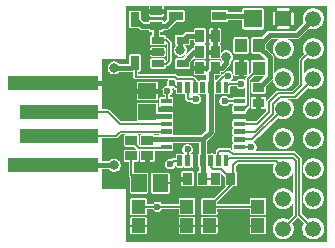
<source format=gbr>
G04 start of page 2 for group 0 idx 0 *
G04 Title: UltraNano, top *
G04 Creator: pcb 1.99z *
G04 CreationDate: Thu 15 Jan 2015 11:46:57 GMT UTC *
G04 For: matt *
G04 Format: Gerber/RS-274X *
G04 PCB-Dimensions (mil): 1377.95 1062.99 *
G04 PCB-Coordinate-Origin: lower left *
%MOIN*%
%FSLAX25Y25*%
%LNTOP*%
%ADD26C,0.0380*%
%ADD25C,0.0118*%
%ADD24C,0.0236*%
%ADD23C,0.0315*%
%ADD22R,0.0240X0.0240*%
%ADD21R,0.0394X0.0394*%
%ADD20R,0.0276X0.0276*%
%ADD19R,0.0157X0.0157*%
%ADD18R,0.0295X0.0295*%
%ADD17R,0.0472X0.0472*%
%ADD16R,0.0433X0.0433*%
%ADD15R,0.0512X0.0512*%
%ADD14C,0.0521*%
%ADD13C,0.0157*%
%ADD12C,0.0059*%
%ADD11C,0.0001*%
G54D11*G36*
X59843Y81322D02*X61929Y81325D01*
X62013Y81345D01*
X62094Y81378D01*
X62167Y81424D01*
X62233Y81480D01*
X62290Y81546D01*
X62335Y81620D01*
X62368Y81700D01*
X62389Y81784D01*
X62394Y81871D01*
X62389Y84357D01*
X62368Y84442D01*
X62335Y84522D01*
X62290Y84596D01*
X62233Y84662D01*
X62167Y84718D01*
X62094Y84763D01*
X62013Y84797D01*
X61929Y84817D01*
X61843Y84822D01*
X59843Y84820D01*
Y85222D01*
X61929Y85225D01*
X62013Y85245D01*
X62094Y85278D01*
X62167Y85324D01*
X62233Y85380D01*
X62290Y85446D01*
X62335Y85520D01*
X62368Y85600D01*
X62389Y85684D01*
X62394Y85771D01*
X62393Y85959D01*
X62696Y85656D01*
Y80485D01*
X62389Y80178D01*
X62389Y80457D01*
X62368Y80542D01*
X62335Y80622D01*
X62290Y80696D01*
X62233Y80762D01*
X62167Y80818D01*
X62094Y80863D01*
X62013Y80897D01*
X61929Y80917D01*
X61843Y80922D01*
X59843Y80920D01*
Y81322D01*
G37*
G36*
Y55610D02*X60243D01*
X60263Y55526D01*
X60299Y55440D01*
X60348Y55360D01*
X60408Y55290D01*
X60425Y55276D01*
X59843D01*
Y55610D01*
G37*
G36*
Y73917D02*X63336D01*
X63310Y73895D01*
X63129Y73683D01*
X62983Y73445D01*
X62876Y73187D01*
X62811Y72916D01*
X62789Y72638D01*
X62811Y72360D01*
X62876Y72089D01*
X62973Y71855D01*
X62714Y71834D01*
X62443Y71769D01*
X62185Y71662D01*
X61947Y71517D01*
X61735Y71336D01*
X61554Y71124D01*
X61408Y70886D01*
X61302Y70628D01*
X61237Y70357D01*
X61215Y70079D01*
X61237Y69801D01*
X61302Y69529D01*
X61408Y69272D01*
X61554Y69034D01*
X61735Y68822D01*
X61947Y68641D01*
X62106Y68544D01*
Y68107D01*
X60734Y68105D01*
X60644Y68083D01*
X60558Y68047D01*
X60479Y67999D01*
X60408Y67939D01*
X60348Y67868D01*
X60299Y67789D01*
X60263Y67703D01*
X60242Y67612D01*
X60236Y67520D01*
X60242Y65852D01*
X60263Y65762D01*
X60299Y65676D01*
X60348Y65597D01*
X60408Y65526D01*
X60479Y65466D01*
X60500Y65453D01*
X60479Y65440D01*
X60408Y65380D01*
X60348Y65309D01*
X60299Y65230D01*
X60263Y65144D01*
X60242Y65053D01*
X60236Y64961D01*
X60242Y63293D01*
X60263Y63203D01*
X60299Y63117D01*
X60348Y63038D01*
X60386Y62993D01*
X59843D01*
Y73917D01*
G37*
G36*
X87521Y74950D02*X89422Y74952D01*
X89161Y74692D01*
X89135Y74669D01*
X89044Y74563D01*
X88971Y74444D01*
X88918Y74315D01*
X88885Y74180D01*
X88885Y74179D01*
X88875Y74041D01*
X88877Y74006D01*
Y73672D01*
X88855Y73698D01*
X88643Y73879D01*
X88405Y74025D01*
X88148Y74131D01*
X87876Y74197D01*
X87598Y74218D01*
X87521Y74212D01*
Y74950D01*
G37*
G36*
X93359Y82430D02*X93966Y82431D01*
X95669Y80728D01*
Y80394D01*
X95664Y80397D01*
X95578Y80433D01*
X95488Y80454D01*
X95395Y80460D01*
X93359Y80457D01*
Y82430D01*
G37*
G36*
Y74950D02*X95180Y74952D01*
X93435Y73207D01*
X93359Y73207D01*
Y74950D01*
G37*
G36*
X111569Y98425D02*X116142D01*
Y19685D01*
X111569D01*
Y20548D01*
X111575Y20548D01*
X112142Y20593D01*
X112695Y20725D01*
X113221Y20943D01*
X113706Y21240D01*
X114138Y21610D01*
X114508Y22042D01*
X114805Y22527D01*
X115023Y23053D01*
X115155Y23606D01*
X115189Y24173D01*
X115155Y24740D01*
X115023Y25294D01*
X114805Y25819D01*
X114508Y26304D01*
X114138Y26737D01*
X113706Y27106D01*
X113221Y27403D01*
X112695Y27621D01*
X112142Y27754D01*
X111575Y27799D01*
X111569Y27798D01*
Y30647D01*
X111575Y30647D01*
X112126Y30690D01*
X112665Y30819D01*
X113176Y31031D01*
X113648Y31320D01*
X114068Y31680D01*
X114428Y32100D01*
X114717Y32572D01*
X114929Y33083D01*
X115058Y33622D01*
X115091Y34173D01*
X115058Y34725D01*
X114929Y35263D01*
X114717Y35774D01*
X114428Y36246D01*
X114068Y36667D01*
X113648Y37026D01*
X113176Y37315D01*
X112665Y37527D01*
X112126Y37656D01*
X111575Y37700D01*
X111569Y37699D01*
Y40647D01*
X111575Y40647D01*
X112126Y40690D01*
X112665Y40819D01*
X113176Y41031D01*
X113648Y41320D01*
X114068Y41680D01*
X114428Y42100D01*
X114717Y42572D01*
X114929Y43083D01*
X115058Y43622D01*
X115091Y44173D01*
X115058Y44725D01*
X114929Y45263D01*
X114717Y45774D01*
X114428Y46246D01*
X114068Y46667D01*
X113648Y47026D01*
X113176Y47315D01*
X112665Y47527D01*
X112126Y47656D01*
X111575Y47700D01*
X111569Y47699D01*
Y50647D01*
X111575Y50647D01*
X112126Y50690D01*
X112665Y50819D01*
X113176Y51031D01*
X113648Y51320D01*
X114068Y51680D01*
X114428Y52100D01*
X114717Y52572D01*
X114929Y53083D01*
X115058Y53622D01*
X115091Y54173D01*
X115058Y54725D01*
X114929Y55263D01*
X114717Y55774D01*
X114428Y56246D01*
X114068Y56667D01*
X113648Y57026D01*
X113176Y57315D01*
X112665Y57527D01*
X112126Y57656D01*
X111575Y57700D01*
X111569Y57699D01*
Y60647D01*
X111575Y60647D01*
X112126Y60690D01*
X112665Y60819D01*
X113176Y61031D01*
X113648Y61320D01*
X114068Y61680D01*
X114428Y62100D01*
X114717Y62572D01*
X114929Y63083D01*
X115058Y63622D01*
X115091Y64173D01*
X115058Y64725D01*
X114929Y65263D01*
X114717Y65774D01*
X114428Y66246D01*
X114068Y66667D01*
X113648Y67026D01*
X113176Y67315D01*
X112665Y67527D01*
X112126Y67656D01*
X111575Y67700D01*
X111569Y67699D01*
Y70647D01*
X111575Y70647D01*
X112126Y70690D01*
X112665Y70819D01*
X113176Y71031D01*
X113648Y71320D01*
X114068Y71680D01*
X114428Y72100D01*
X114717Y72572D01*
X114929Y73083D01*
X115058Y73622D01*
X115091Y74173D01*
X115058Y74725D01*
X114929Y75263D01*
X114717Y75774D01*
X114428Y76246D01*
X114068Y76667D01*
X113648Y77026D01*
X113176Y77315D01*
X112665Y77527D01*
X112126Y77656D01*
X111575Y77700D01*
X111569Y77699D01*
Y80647D01*
X111575Y80647D01*
X112126Y80690D01*
X112665Y80819D01*
X113176Y81031D01*
X113648Y81320D01*
X114068Y81680D01*
X114428Y82100D01*
X114717Y82572D01*
X114929Y83083D01*
X115058Y83622D01*
X115091Y84173D01*
X115058Y84725D01*
X114929Y85263D01*
X114717Y85774D01*
X114428Y86246D01*
X114068Y86667D01*
X113648Y87026D01*
X113176Y87315D01*
X112665Y87527D01*
X112126Y87656D01*
X111575Y87700D01*
X111569Y87699D01*
Y90647D01*
X111575Y90647D01*
X112126Y90690D01*
X112665Y90819D01*
X113176Y91031D01*
X113648Y91320D01*
X114068Y91680D01*
X114428Y92100D01*
X114717Y92572D01*
X114929Y93083D01*
X115058Y93622D01*
X115091Y94173D01*
X115058Y94725D01*
X114929Y95263D01*
X114717Y95774D01*
X114428Y96246D01*
X114068Y96667D01*
X113648Y97026D01*
X113176Y97315D01*
X112665Y97527D01*
X112126Y97656D01*
X111575Y97700D01*
X111569Y97699D01*
Y98425D01*
G37*
G36*
Y87699D02*X111023Y87656D01*
X110485Y87527D01*
X109974Y87315D01*
X109502Y87026D01*
X109081Y86667D01*
X108722Y86246D01*
X108433Y85774D01*
X108221Y85263D01*
X108092Y84725D01*
X108048Y84173D01*
X108092Y83622D01*
X108221Y83083D01*
X108433Y82572D01*
X108542Y82394D01*
X107075Y80927D01*
X107048Y80904D01*
X106958Y80798D01*
X106885Y80679D01*
X106831Y80550D01*
X106799Y80415D01*
X106799Y80414D01*
X106788Y80276D01*
X106791Y80241D01*
Y72414D01*
X104554Y70178D01*
X99838D01*
X99803Y70181D01*
X99664Y70170D01*
X99528Y70137D01*
X99399Y70084D01*
X99280Y70011D01*
X99280Y70011D01*
X99174Y69920D01*
X99152Y69894D01*
X96248Y66990D01*
X96222Y66967D01*
X96131Y66861D01*
X96058Y66742D01*
X96005Y66613D01*
X95972Y66478D01*
X95972Y66477D01*
X95961Y66339D01*
X95964Y66304D01*
Y63359D01*
X93359Y60755D01*
Y64040D01*
X95414Y64043D01*
X95498Y64063D01*
X95578Y64096D01*
X95652Y64141D01*
X95718Y64198D01*
X95775Y64264D01*
X95820Y64338D01*
X95853Y64418D01*
X95874Y64502D01*
X95879Y64589D01*
X95874Y67627D01*
X95853Y67711D01*
X95820Y67792D01*
X95775Y67866D01*
X95718Y67932D01*
X95652Y67988D01*
X95578Y68033D01*
X95498Y68066D01*
X95414Y68087D01*
X95327Y68092D01*
X93359Y68089D01*
Y69158D01*
X95414Y69161D01*
X95498Y69181D01*
X95578Y69214D01*
X95652Y69259D01*
X95718Y69316D01*
X95775Y69382D01*
X95820Y69456D01*
X95853Y69536D01*
X95874Y69620D01*
X95879Y69707D01*
X95875Y71749D01*
X97984Y73858D01*
X98025Y73893D01*
X98066Y73941D01*
X98092Y73622D01*
X98221Y73083D01*
X98433Y72572D01*
X98722Y72100D01*
X99081Y71680D01*
X99502Y71320D01*
X99974Y71031D01*
X100485Y70819D01*
X101023Y70690D01*
X101575Y70647D01*
X102126Y70690D01*
X102665Y70819D01*
X103176Y71031D01*
X103648Y71320D01*
X104068Y71680D01*
X104428Y72100D01*
X104717Y72572D01*
X104929Y73083D01*
X105058Y73622D01*
X105091Y74173D01*
X105058Y74725D01*
X104929Y75263D01*
X104717Y75774D01*
X104428Y76246D01*
X104068Y76667D01*
X103648Y77026D01*
X103176Y77315D01*
X102665Y77527D01*
X102126Y77656D01*
X101575Y77700D01*
X101023Y77656D01*
X100485Y77527D01*
X99974Y77315D01*
X99502Y77026D01*
X99081Y76667D01*
X98722Y76246D01*
X98433Y75774D01*
X98426Y75758D01*
Y81245D01*
X98430Y81299D01*
X98413Y81515D01*
X98413Y81516D01*
X98362Y81726D01*
X98279Y81927D01*
X98166Y82112D01*
X98025Y82277D01*
X97984Y82312D01*
X95985Y84311D01*
X95983Y85791D01*
X97593Y87401D01*
X100181D01*
X99974Y87315D01*
X99502Y87026D01*
X99081Y86667D01*
X98722Y86246D01*
X98433Y85774D01*
X98221Y85263D01*
X98092Y84725D01*
X98048Y84173D01*
X98092Y83622D01*
X98221Y83083D01*
X98433Y82572D01*
X98722Y82100D01*
X99081Y81680D01*
X99502Y81320D01*
X99974Y81031D01*
X100485Y80819D01*
X101023Y80690D01*
X101575Y80647D01*
X102126Y80690D01*
X102665Y80819D01*
X103176Y81031D01*
X103648Y81320D01*
X104068Y81680D01*
X104428Y82100D01*
X104717Y82572D01*
X104929Y83083D01*
X105058Y83622D01*
X105091Y84173D01*
X105058Y84725D01*
X104929Y85263D01*
X104717Y85774D01*
X104428Y86246D01*
X104068Y86667D01*
X103648Y87026D01*
X103176Y87315D01*
X102969Y87401D01*
X106127D01*
X106181Y87397D01*
X106397Y87414D01*
X106397Y87414D01*
X106608Y87465D01*
X106809Y87548D01*
X106994Y87661D01*
X107159Y87802D01*
X107194Y87843D01*
X110262Y90911D01*
X110485Y90819D01*
X111023Y90690D01*
X111569Y90647D01*
Y87699D01*
G37*
G36*
Y77699D02*X111023Y77656D01*
X110485Y77527D01*
X109974Y77315D01*
X109502Y77026D01*
X109081Y76667D01*
X108722Y76246D01*
X108564Y75988D01*
Y79908D01*
X109796Y81140D01*
X109974Y81031D01*
X110485Y80819D01*
X111023Y80690D01*
X111569Y80647D01*
Y77699D01*
G37*
G36*
Y27798D02*X111008Y27754D01*
X110455Y27621D01*
X109929Y27403D01*
X109724Y27278D01*
X107776Y29225D01*
Y47406D01*
X107779Y47441D01*
X107768Y47580D01*
X107768Y47580D01*
X107735Y47716D01*
X107682Y47845D01*
X107609Y47964D01*
X107519Y48070D01*
X107492Y48092D01*
X105966Y49618D01*
X105944Y49645D01*
X105838Y49735D01*
X105719Y49808D01*
X105590Y49861D01*
X105454Y49894D01*
X105454Y49894D01*
X105315Y49905D01*
X105280Y49902D01*
X101569D01*
Y50647D01*
X101575Y50647D01*
X102126Y50690D01*
X102665Y50819D01*
X103176Y51031D01*
X103648Y51320D01*
X104068Y51680D01*
X104428Y52100D01*
X104717Y52572D01*
X104929Y53083D01*
X105058Y53622D01*
X105091Y54173D01*
X105058Y54725D01*
X104929Y55263D01*
X104717Y55774D01*
X104428Y56246D01*
X104068Y56667D01*
X103648Y57026D01*
X103176Y57315D01*
X102665Y57527D01*
X102126Y57656D01*
X101575Y57700D01*
X101569Y57699D01*
Y60647D01*
X101575Y60647D01*
X102126Y60690D01*
X102665Y60819D01*
X103176Y61031D01*
X103648Y61320D01*
X104068Y61680D01*
X104428Y62100D01*
X104717Y62572D01*
X104929Y63083D01*
X105058Y63622D01*
X105091Y64173D01*
X105058Y64725D01*
X104929Y65263D01*
X104717Y65774D01*
X104428Y66246D01*
X104068Y66667D01*
X103648Y67026D01*
X103325Y67224D01*
X105477D01*
X105512Y67221D01*
X105651Y67232D01*
X105651Y67232D01*
X105787Y67265D01*
X105916Y67318D01*
X106034Y67391D01*
X106141Y67481D01*
X106163Y67508D01*
X109796Y71140D01*
X109974Y71031D01*
X110485Y70819D01*
X111023Y70690D01*
X111569Y70647D01*
Y67699D01*
X111023Y67656D01*
X110485Y67527D01*
X109974Y67315D01*
X109502Y67026D01*
X109081Y66667D01*
X108722Y66246D01*
X108433Y65774D01*
X108221Y65263D01*
X108092Y64725D01*
X108048Y64173D01*
X108092Y63622D01*
X108221Y63083D01*
X108433Y62572D01*
X108722Y62100D01*
X109081Y61680D01*
X109502Y61320D01*
X109974Y61031D01*
X110485Y60819D01*
X111023Y60690D01*
X111569Y60647D01*
Y57699D01*
X111023Y57656D01*
X110485Y57527D01*
X109974Y57315D01*
X109502Y57026D01*
X109081Y56667D01*
X108722Y56246D01*
X108433Y55774D01*
X108221Y55263D01*
X108092Y54725D01*
X108048Y54173D01*
X108092Y53622D01*
X108221Y53083D01*
X108433Y52572D01*
X108722Y52100D01*
X109081Y51680D01*
X109502Y51320D01*
X109974Y51031D01*
X110485Y50819D01*
X111023Y50690D01*
X111569Y50647D01*
Y47699D01*
X111023Y47656D01*
X110485Y47527D01*
X109974Y47315D01*
X109502Y47026D01*
X109081Y46667D01*
X108722Y46246D01*
X108433Y45774D01*
X108221Y45263D01*
X108092Y44725D01*
X108048Y44173D01*
X108092Y43622D01*
X108221Y43083D01*
X108433Y42572D01*
X108722Y42100D01*
X109081Y41680D01*
X109502Y41320D01*
X109974Y41031D01*
X110485Y40819D01*
X111023Y40690D01*
X111569Y40647D01*
Y37699D01*
X111023Y37656D01*
X110485Y37527D01*
X109974Y37315D01*
X109502Y37026D01*
X109081Y36667D01*
X108722Y36246D01*
X108433Y35774D01*
X108221Y35263D01*
X108092Y34725D01*
X108048Y34173D01*
X108092Y33622D01*
X108221Y33083D01*
X108433Y32572D01*
X108722Y32100D01*
X109081Y31680D01*
X109502Y31320D01*
X109974Y31031D01*
X110485Y30819D01*
X111023Y30690D01*
X111569Y30647D01*
Y27798D01*
G37*
G36*
X101569Y49902D02*X93359D01*
Y54704D01*
X99796Y61140D01*
X99974Y61031D01*
X100485Y60819D01*
X101023Y60690D01*
X101569Y60647D01*
Y57699D01*
X101023Y57656D01*
X100485Y57527D01*
X99974Y57315D01*
X99502Y57026D01*
X99081Y56667D01*
X98722Y56246D01*
X98433Y55774D01*
X98221Y55263D01*
X98092Y54725D01*
X98048Y54173D01*
X98092Y53622D01*
X98221Y53083D01*
X98433Y52572D01*
X98722Y52100D01*
X99081Y51680D01*
X99502Y51320D01*
X99974Y51031D01*
X100485Y50819D01*
X101023Y50690D01*
X101569Y50647D01*
Y49902D01*
G37*
G36*
X111569Y19685D02*X93359D01*
Y22247D01*
X95368Y22250D01*
X95459Y22271D01*
X95545Y22307D01*
X95624Y22355D01*
X95694Y22416D01*
X95755Y22486D01*
X95803Y22566D01*
X95839Y22652D01*
X95861Y22742D01*
X95866Y22835D01*
X95861Y27652D01*
X95839Y27742D01*
X95803Y27828D01*
X95755Y27907D01*
X95694Y27978D01*
X95624Y28038D01*
X95545Y28087D01*
X95459Y28122D01*
X95368Y28144D01*
X95276Y28150D01*
X93359Y28147D01*
Y28546D01*
X95368Y28549D01*
X95459Y28570D01*
X95545Y28606D01*
X95624Y28655D01*
X95694Y28715D01*
X95755Y28786D01*
X95803Y28865D01*
X95839Y28951D01*
X95861Y29041D01*
X95866Y29134D01*
X95861Y33951D01*
X95839Y34041D01*
X95803Y34127D01*
X95755Y34206D01*
X95694Y34277D01*
X95624Y34338D01*
X95545Y34386D01*
X95459Y34422D01*
X95368Y34443D01*
X95276Y34449D01*
X93359Y34446D01*
Y45767D01*
X98430D01*
X98221Y45263D01*
X98092Y44725D01*
X98048Y44173D01*
X98092Y43622D01*
X98221Y43083D01*
X98433Y42572D01*
X98722Y42100D01*
X99081Y41680D01*
X99502Y41320D01*
X99974Y41031D01*
X100485Y40819D01*
X101023Y40690D01*
X101575Y40647D01*
X102126Y40690D01*
X102665Y40819D01*
X103176Y41031D01*
X103648Y41320D01*
X104068Y41680D01*
X104428Y42100D01*
X104717Y42572D01*
X104822Y42826D01*
Y35520D01*
X104717Y35774D01*
X104428Y36246D01*
X104068Y36667D01*
X103648Y37026D01*
X103176Y37315D01*
X102665Y37527D01*
X102126Y37656D01*
X101575Y37700D01*
X101023Y37656D01*
X100485Y37527D01*
X99974Y37315D01*
X99502Y37026D01*
X99081Y36667D01*
X98722Y36246D01*
X98433Y35774D01*
X98221Y35263D01*
X98092Y34725D01*
X98048Y34173D01*
X98092Y33622D01*
X98221Y33083D01*
X98433Y32572D01*
X98722Y32100D01*
X99081Y31680D01*
X99502Y31320D01*
X99974Y31031D01*
X100485Y30819D01*
X101023Y30690D01*
X101575Y30647D01*
X102126Y30690D01*
X102665Y30819D01*
X103176Y31031D01*
X103648Y31320D01*
X104068Y31680D01*
X104428Y32100D01*
X104717Y32572D01*
X104822Y32826D01*
Y28674D01*
X103354Y27206D01*
X103176Y27315D01*
X102665Y27527D01*
X102126Y27656D01*
X101575Y27700D01*
X101023Y27656D01*
X100485Y27527D01*
X99974Y27315D01*
X99502Y27026D01*
X99081Y26667D01*
X98722Y26246D01*
X98433Y25774D01*
X98221Y25263D01*
X98092Y24725D01*
X98048Y24173D01*
X98092Y23622D01*
X98221Y23083D01*
X98433Y22572D01*
X98722Y22100D01*
X99081Y21680D01*
X99502Y21320D01*
X99974Y21031D01*
X100485Y20819D01*
X101023Y20690D01*
X101575Y20647D01*
X102126Y20690D01*
X102665Y20819D01*
X103176Y21031D01*
X103648Y21320D01*
X104068Y21680D01*
X104428Y22100D01*
X104717Y22572D01*
X104929Y23083D01*
X105058Y23622D01*
X105091Y24173D01*
X105058Y24725D01*
X104929Y25263D01*
X104717Y25774D01*
X104608Y25953D01*
X106311Y27656D01*
X106337Y27678D01*
X106428Y27784D01*
X106501Y27903D01*
X106527Y27967D01*
X108470Y26024D01*
X108345Y25819D01*
X108127Y25294D01*
X107994Y24740D01*
X107949Y24173D01*
X107994Y23606D01*
X108127Y23053D01*
X108345Y22527D01*
X108642Y22042D01*
X109011Y21610D01*
X109444Y21240D01*
X109929Y20943D01*
X110455Y20725D01*
X111008Y20593D01*
X111569Y20548D01*
Y19685D01*
G37*
G36*
X104636Y98425D02*X111569D01*
Y97699D01*
X111023Y97656D01*
X110485Y97527D01*
X109974Y97315D01*
X109502Y97026D01*
X109081Y96667D01*
X108722Y96246D01*
X108433Y95774D01*
X108221Y95263D01*
X108092Y94725D01*
X108048Y94173D01*
X108092Y93622D01*
X108221Y93083D01*
X108313Y92861D01*
X105610Y90158D01*
X104636D01*
Y92020D01*
X104707Y92026D01*
X104777Y92043D01*
X104843Y92070D01*
X104904Y92107D01*
X104958Y92154D01*
X105005Y92208D01*
X105042Y92269D01*
X105070Y92335D01*
X105086Y92405D01*
X105091Y92476D01*
Y95870D01*
X105086Y95941D01*
X105070Y96011D01*
X105042Y96077D01*
X105005Y96138D01*
X104958Y96193D01*
X104904Y96239D01*
X104843Y96276D01*
X104777Y96304D01*
X104707Y96321D01*
X104636Y96326D01*
Y98425D01*
G37*
G36*
X101575D02*X104636D01*
Y96326D01*
X104564Y96321D01*
X104495Y96304D01*
X104429Y96276D01*
X104368Y96239D01*
X104313Y96193D01*
X104267Y96138D01*
X104229Y96077D01*
X104202Y96011D01*
X104185Y95941D01*
X104181Y95870D01*
Y92476D01*
X104185Y92405D01*
X104202Y92335D01*
X104229Y92269D01*
X104267Y92208D01*
X104313Y92154D01*
X104368Y92107D01*
X104429Y92070D01*
X104495Y92043D01*
X104564Y92026D01*
X104636Y92020D01*
Y90158D01*
X101575D01*
Y90657D01*
X103272D01*
X103343Y90662D01*
X103413Y90678D01*
X103479Y90706D01*
X103540Y90743D01*
X103594Y90790D01*
X103641Y90844D01*
X103678Y90905D01*
X103705Y90971D01*
X103722Y91041D01*
X103728Y91112D01*
X103722Y91184D01*
X103705Y91253D01*
X103678Y91319D01*
X103641Y91380D01*
X103594Y91435D01*
X103540Y91481D01*
X103479Y91519D01*
X103413Y91546D01*
X103343Y91563D01*
X103272Y91567D01*
X101575D01*
Y96780D01*
X103272D01*
X103343Y96784D01*
X103413Y96800D01*
X103479Y96828D01*
X103540Y96865D01*
X103594Y96912D01*
X103641Y96966D01*
X103678Y97027D01*
X103705Y97093D01*
X103722Y97163D01*
X103728Y97234D01*
X103722Y97306D01*
X103705Y97375D01*
X103678Y97441D01*
X103641Y97502D01*
X103594Y97557D01*
X103540Y97603D01*
X103479Y97641D01*
X103413Y97668D01*
X103343Y97685D01*
X103272Y97689D01*
X101575D01*
Y98425D01*
G37*
G36*
X98514D02*X101575D01*
Y97689D01*
X99878D01*
X99807Y97685D01*
X99737Y97668D01*
X99671Y97641D01*
X99610Y97603D01*
X99555Y97557D01*
X99509Y97502D01*
X99472Y97441D01*
X99444Y97375D01*
X99427Y97306D01*
X99422Y97234D01*
X99427Y97163D01*
X99444Y97093D01*
X99472Y97027D01*
X99509Y96966D01*
X99555Y96912D01*
X99610Y96865D01*
X99671Y96828D01*
X99737Y96800D01*
X99807Y96784D01*
X99878Y96780D01*
X101575D01*
Y91567D01*
X99878D01*
X99807Y91563D01*
X99737Y91546D01*
X99671Y91519D01*
X99610Y91481D01*
X99555Y91435D01*
X99509Y91380D01*
X99472Y91319D01*
X99444Y91253D01*
X99427Y91184D01*
X99422Y91112D01*
X99427Y91041D01*
X99444Y90971D01*
X99472Y90905D01*
X99509Y90844D01*
X99555Y90790D01*
X99610Y90743D01*
X99671Y90706D01*
X99737Y90678D01*
X99807Y90662D01*
X99878Y90657D01*
X101575D01*
Y90158D01*
X98514D01*
Y92020D01*
X98585Y92026D01*
X98655Y92043D01*
X98721Y92070D01*
X98782Y92107D01*
X98836Y92154D01*
X98883Y92208D01*
X98920Y92269D01*
X98948Y92335D01*
X98964Y92405D01*
X98968Y92476D01*
Y95870D01*
X98964Y95941D01*
X98948Y96011D01*
X98920Y96077D01*
X98883Y96138D01*
X98836Y96193D01*
X98782Y96239D01*
X98721Y96276D01*
X98655Y96304D01*
X98585Y96321D01*
X98514Y96326D01*
Y98425D01*
G37*
G36*
X93359D02*X98514D01*
Y96326D01*
X98442Y96321D01*
X98373Y96304D01*
X98307Y96276D01*
X98246Y96239D01*
X98191Y96193D01*
X98145Y96138D01*
X98107Y96077D01*
X98080Y96011D01*
X98063Y95941D01*
X98059Y95870D01*
Y92476D01*
X98063Y92405D01*
X98080Y92335D01*
X98107Y92269D01*
X98145Y92208D01*
X98191Y92154D01*
X98246Y92107D01*
X98307Y92070D01*
X98373Y92043D01*
X98442Y92026D01*
X98514Y92020D01*
Y90158D01*
X97076D01*
X97022Y90162D01*
X96806Y90145D01*
X96595Y90095D01*
X96395Y90011D01*
X96210Y89898D01*
X96210Y89898D01*
X96045Y89757D01*
X96010Y89716D01*
X94232Y87939D01*
X93359Y87937D01*
Y90537D01*
X94586Y90538D01*
X94700Y90566D01*
X94809Y90611D01*
X94910Y90672D01*
X94999Y90749D01*
X95076Y90838D01*
X95137Y90939D01*
X95182Y91048D01*
X95210Y91162D01*
X95217Y91280D01*
X95210Y97184D01*
X95182Y97299D01*
X95137Y97408D01*
X95076Y97508D01*
X94999Y97598D01*
X94910Y97674D01*
X94809Y97735D01*
X94700Y97781D01*
X94586Y97808D01*
X94469Y97815D01*
X93359Y97814D01*
Y98425D01*
G37*
G36*
Y87937D02*X91366Y87935D01*
X91275Y87913D01*
X91189Y87877D01*
X91110Y87829D01*
X91039Y87768D01*
X90979Y87698D01*
X90930Y87618D01*
X90894Y87532D01*
X90873Y87442D01*
X90867Y87349D01*
X90873Y82926D01*
X90894Y82835D01*
X90930Y82749D01*
X90979Y82670D01*
X91039Y82599D01*
X91110Y82539D01*
X91189Y82490D01*
X91275Y82455D01*
X91366Y82433D01*
X91458Y82428D01*
X93359Y82430D01*
Y80457D01*
X91366Y80454D01*
X91275Y80433D01*
X91189Y80397D01*
X91110Y80348D01*
X91039Y80288D01*
X90979Y80217D01*
X90930Y80138D01*
X90894Y80052D01*
X90873Y79962D01*
X90867Y79869D01*
X90872Y76402D01*
X90081Y75611D01*
X90075Y79962D01*
X90054Y80052D01*
X90018Y80138D01*
X89969Y80217D01*
X89909Y80288D01*
X89838Y80348D01*
X89759Y80397D01*
X89673Y80433D01*
X89582Y80454D01*
X89490Y80460D01*
X87521Y80457D01*
Y82430D01*
X89582Y82433D01*
X89673Y82455D01*
X89759Y82490D01*
X89838Y82539D01*
X89909Y82599D01*
X89969Y82670D01*
X90018Y82749D01*
X90054Y82835D01*
X90075Y82926D01*
X90081Y83019D01*
X90075Y87442D01*
X90054Y87532D01*
X90018Y87618D01*
X89969Y87698D01*
X89909Y87768D01*
X89838Y87829D01*
X89759Y87877D01*
X89673Y87913D01*
X89582Y87935D01*
X89490Y87940D01*
X87521Y87938D01*
Y93700D01*
X87937D01*
X87940Y91162D01*
X87967Y91048D01*
X88013Y90939D01*
X88074Y90838D01*
X88151Y90749D01*
X88240Y90672D01*
X88340Y90611D01*
X88449Y90566D01*
X88564Y90538D01*
X88681Y90531D01*
X93359Y90537D01*
Y87937D01*
G37*
G36*
Y60755D02*X92546Y59942D01*
X89363D01*
X89343Y60026D01*
X89307Y60111D01*
X89259Y60191D01*
X89198Y60261D01*
X89128Y60322D01*
X89107Y60335D01*
X89128Y60348D01*
X89198Y60408D01*
X89259Y60479D01*
X89307Y60558D01*
X89343Y60644D01*
X89365Y60734D01*
X89370Y60827D01*
X89365Y62494D01*
X89343Y62585D01*
X89307Y62671D01*
X89259Y62750D01*
X89198Y62820D01*
X89128Y62881D01*
X89107Y62894D01*
X89128Y62907D01*
X89198Y62967D01*
X89259Y63038D01*
X89307Y63117D01*
X89343Y63203D01*
X89365Y63293D01*
X89370Y63386D01*
X89369Y63706D01*
X90366Y64703D01*
X90393Y64726D01*
X90483Y64832D01*
X90483Y64832D01*
X90556Y64951D01*
X90609Y65080D01*
X90642Y65215D01*
X90653Y65354D01*
X90650Y65389D01*
Y73673D01*
X91925Y74948D01*
X93359Y74950D01*
Y73207D01*
X91305Y73205D01*
X91221Y73184D01*
X91140Y73151D01*
X91066Y73106D01*
X91001Y73050D01*
X90944Y72984D01*
X90899Y72910D01*
X90866Y72829D01*
X90845Y72745D01*
X90840Y72659D01*
X90845Y69620D01*
X90866Y69536D01*
X90899Y69456D01*
X90944Y69382D01*
X91001Y69316D01*
X91066Y69259D01*
X91140Y69214D01*
X91221Y69181D01*
X91305Y69161D01*
X91391Y69155D01*
X93359Y69158D01*
Y68089D01*
X91305Y68087D01*
X91221Y68066D01*
X91140Y68033D01*
X91066Y67988D01*
X91001Y67932D01*
X90944Y67866D01*
X90899Y67792D01*
X90866Y67711D01*
X90845Y67627D01*
X90840Y67541D01*
X90845Y64502D01*
X90866Y64418D01*
X90899Y64338D01*
X90944Y64264D01*
X91001Y64198D01*
X91066Y64141D01*
X91140Y64096D01*
X91221Y64063D01*
X91305Y64043D01*
X91391Y64037D01*
X93359Y64040D01*
Y60755D01*
G37*
G36*
Y49902D02*X91928D01*
X91990Y49940D01*
X92202Y50121D01*
X92383Y50333D01*
X92529Y50571D01*
X92635Y50829D01*
X92700Y51100D01*
X92717Y51378D01*
X92700Y51656D01*
X92635Y51927D01*
X92529Y52185D01*
X92383Y52423D01*
X92202Y52635D01*
X91990Y52816D01*
X91752Y52962D01*
X91503Y53065D01*
X91613Y53091D01*
X91742Y53145D01*
X91861Y53218D01*
X91967Y53308D01*
X91990Y53335D01*
X93359Y54704D01*
Y49902D01*
G37*
G36*
Y34446D02*X90852Y34443D01*
X90762Y34422D01*
X90676Y34386D01*
X90597Y34338D01*
X90526Y34277D01*
X90466Y34206D01*
X90417Y34127D01*
X90382Y34041D01*
X90360Y33951D01*
X90354Y33858D01*
X90356Y32383D01*
X87521D01*
Y45767D01*
X93359D01*
Y34446D01*
G37*
G36*
Y19685D02*X87521D01*
Y30610D01*
X90358D01*
X90360Y29041D01*
X90382Y28951D01*
X90417Y28865D01*
X90466Y28786D01*
X90526Y28715D01*
X90597Y28655D01*
X90676Y28606D01*
X90762Y28570D01*
X90852Y28549D01*
X90945Y28543D01*
X93359Y28546D01*
Y28147D01*
X90852Y28144D01*
X90762Y28122D01*
X90676Y28087D01*
X90597Y28038D01*
X90526Y27978D01*
X90466Y27907D01*
X90417Y27828D01*
X90382Y27742D01*
X90360Y27652D01*
X90354Y27559D01*
X90360Y22742D01*
X90382Y22652D01*
X90417Y22566D01*
X90466Y22486D01*
X90526Y22416D01*
X90597Y22355D01*
X90676Y22307D01*
X90762Y22271D01*
X90852Y22250D01*
X90945Y22244D01*
X93359Y22247D01*
Y19685D01*
G37*
G36*
X87521Y98425D02*X93359D01*
Y97814D01*
X88564Y97808D01*
X88449Y97781D01*
X88340Y97735D01*
X88240Y97674D01*
X88151Y97598D01*
X88074Y97508D01*
X88013Y97408D01*
X87967Y97299D01*
X87940Y97184D01*
X87933Y97067D01*
X87934Y96457D01*
X87521D01*
Y98425D01*
G37*
G36*
Y32383D02*X79682D01*
X79681Y32955D01*
X84657Y37931D01*
X84684Y37954D01*
X84775Y38060D01*
X84847Y38179D01*
X84870Y38233D01*
X85618Y38234D01*
X85702Y38254D01*
X85782Y38287D01*
X85856Y38333D01*
X85922Y38389D01*
X85978Y38455D01*
X86024Y38529D01*
X86057Y38609D01*
X86077Y38694D01*
X86082Y38780D01*
X86077Y42803D01*
X86057Y42887D01*
X86024Y42967D01*
X85978Y43041D01*
X85922Y43107D01*
X85856Y43163D01*
X85782Y43209D01*
X85729Y43231D01*
Y45105D01*
X86391Y45767D01*
X87521D01*
Y32383D01*
G37*
G36*
X76969Y38529D02*X77014Y38455D01*
X77070Y38389D01*
X77136Y38333D01*
X77210Y38287D01*
X77290Y38254D01*
X77375Y38234D01*
X77461Y38229D01*
X80500Y38234D01*
X80584Y38254D01*
X80664Y38287D01*
X80738Y38333D01*
X80804Y38389D01*
X80860Y38455D01*
X80906Y38529D01*
X80939Y38609D01*
X80959Y38694D01*
X80964Y38780D01*
X80959Y42590D01*
X82029Y41520D01*
X82033Y38694D01*
X82053Y38609D01*
X82086Y38529D01*
X82132Y38455D01*
X82188Y38389D01*
X82254Y38333D01*
X82328Y38287D01*
X82408Y38254D01*
X82460Y38242D01*
X78628Y34409D01*
X76969Y34407D01*
Y38529D01*
G37*
G36*
X87521Y19685D02*X76969D01*
Y22247D01*
X79227Y22250D01*
X79317Y22271D01*
X79403Y22307D01*
X79482Y22355D01*
X79553Y22416D01*
X79613Y22486D01*
X79662Y22566D01*
X79697Y22652D01*
X79719Y22742D01*
X79724Y22835D01*
X79719Y27652D01*
X79697Y27742D01*
X79662Y27828D01*
X79613Y27907D01*
X79553Y27978D01*
X79482Y28038D01*
X79403Y28087D01*
X79317Y28122D01*
X79227Y28144D01*
X79134Y28150D01*
X76969Y28147D01*
Y28585D01*
X79220Y28588D01*
X79305Y28608D01*
X79385Y28641D01*
X79459Y28687D01*
X79525Y28743D01*
X79581Y28809D01*
X79626Y28883D01*
X79660Y28963D01*
X79680Y29047D01*
X79685Y29134D01*
X79683Y30610D01*
X87521D01*
Y19685D01*
G37*
G36*
X76969D02*X73819D01*
Y38230D01*
X76366Y38234D01*
X76450Y38254D01*
X76530Y38287D01*
X76604Y38333D01*
X76670Y38389D01*
X76726Y38455D01*
X76772Y38529D01*
X76805Y38609D01*
X76825Y38694D01*
X76830Y38780D01*
X76829Y39862D01*
X76914D01*
X76915Y38694D01*
X76935Y38609D01*
X76968Y38529D01*
X76969Y38529D01*
Y34407D01*
X74717Y34404D01*
X74632Y34384D01*
X74552Y34351D01*
X74478Y34306D01*
X74412Y34249D01*
X74356Y34183D01*
X74311Y34109D01*
X74277Y34029D01*
X74257Y33945D01*
X74252Y33858D01*
X74257Y29047D01*
X74277Y28963D01*
X74311Y28883D01*
X74356Y28809D01*
X74412Y28743D01*
X74478Y28687D01*
X74552Y28641D01*
X74632Y28608D01*
X74717Y28588D01*
X74803Y28583D01*
X76969Y28585D01*
Y28147D01*
X74710Y28144D01*
X74620Y28122D01*
X74534Y28087D01*
X74455Y28038D01*
X74384Y27978D01*
X74324Y27907D01*
X74275Y27828D01*
X74240Y27742D01*
X74218Y27652D01*
X74213Y27559D01*
X74218Y22742D01*
X74240Y22652D01*
X74275Y22566D01*
X74324Y22486D01*
X74384Y22416D01*
X74455Y22355D01*
X74534Y22307D01*
X74620Y22271D01*
X74710Y22250D01*
X74803Y22244D01*
X76969Y22247D01*
Y19685D01*
G37*
G36*
X78937Y98425D02*X87521D01*
Y96457D01*
X83262D01*
X83262Y96549D01*
X83241Y96640D01*
X83205Y96726D01*
X83156Y96805D01*
X83096Y96876D01*
X83025Y96936D01*
X82946Y96985D01*
X82860Y97020D01*
X82770Y97042D01*
X82677Y97047D01*
X78937Y97043D01*
Y98425D01*
G37*
G36*
Y80554D02*X80499Y80557D01*
X80584Y80577D01*
X80664Y80610D01*
X80693Y80628D01*
X80741Y80510D01*
X80920Y80219D01*
X81141Y79960D01*
X81257Y79860D01*
X80959Y79562D01*
X80959Y79810D01*
X80939Y79895D01*
X80906Y79975D01*
X80860Y80049D01*
X80804Y80115D01*
X80738Y80171D01*
X80664Y80217D01*
X80584Y80250D01*
X80499Y80270D01*
X80413Y80275D01*
X78937Y80273D01*
Y80554D01*
G37*
G36*
X80413Y85590D02*X78937Y85588D01*
Y85869D01*
X80499Y85872D01*
X80584Y85892D01*
X80664Y85925D01*
X80738Y85971D01*
X80804Y86027D01*
X80860Y86093D01*
X80906Y86167D01*
X80939Y86247D01*
X80959Y86331D01*
X80964Y86418D01*
X80959Y90440D01*
X80939Y90525D01*
X80906Y90605D01*
X80860Y90679D01*
X80804Y90745D01*
X80738Y90801D01*
X80664Y90846D01*
X80584Y90880D01*
X80499Y90900D01*
X80413Y90905D01*
X78937Y90903D01*
Y93111D01*
X82770Y93116D01*
X82860Y93137D01*
X82946Y93173D01*
X83025Y93222D01*
X83096Y93282D01*
X83156Y93353D01*
X83205Y93432D01*
X83241Y93518D01*
X83262Y93608D01*
X83268Y93700D01*
X87521D01*
Y87938D01*
X85460Y87935D01*
X85370Y87913D01*
X85284Y87877D01*
X85204Y87829D01*
X85134Y87768D01*
X85073Y87698D01*
X85025Y87618D01*
X84989Y87532D01*
X84967Y87442D01*
X84962Y87349D01*
X84967Y82926D01*
X84989Y82835D01*
X85025Y82749D01*
X85073Y82670D01*
X85134Y82599D01*
X85204Y82539D01*
X85284Y82490D01*
X85370Y82455D01*
X85460Y82433D01*
X85553Y82428D01*
X87521Y82430D01*
Y80457D01*
X85460Y80454D01*
X85370Y80433D01*
X85284Y80397D01*
X85204Y80348D01*
X85134Y80288D01*
X85073Y80217D01*
X85025Y80138D01*
X84989Y80052D01*
X84967Y79962D01*
X84962Y79869D01*
X84967Y75445D01*
X84989Y75355D01*
X85025Y75269D01*
X85073Y75190D01*
X85134Y75119D01*
X85204Y75059D01*
X85284Y75010D01*
X85370Y74974D01*
X85460Y74953D01*
X85553Y74947D01*
X87521Y74950D01*
Y74212D01*
X87320Y74197D01*
X87049Y74131D01*
X86791Y74025D01*
X86554Y73879D01*
X86342Y73698D01*
X86160Y73486D01*
X86063Y73327D01*
X83779D01*
X83772Y73340D01*
X83805Y73348D01*
X84057Y73452D01*
X84289Y73594D01*
X84496Y73771D01*
X84673Y73979D01*
X84816Y74211D01*
X84920Y74463D01*
X84984Y74728D01*
X85000Y75000D01*
X84984Y75272D01*
X84920Y75537D01*
X84816Y75789D01*
X84673Y76021D01*
X84496Y76229D01*
X84289Y76406D01*
X84057Y76548D01*
X83805Y76652D01*
X83540Y76716D01*
X83268Y76738D01*
X82996Y76716D01*
X82731Y76652D01*
X82479Y76548D01*
X82246Y76406D01*
X82039Y76229D01*
X81862Y76021D01*
X81776Y75880D01*
X81751Y75878D01*
X81615Y75846D01*
X81486Y75792D01*
X81367Y75719D01*
X81261Y75629D01*
X81238Y75602D01*
X79319Y73683D01*
X79292Y73660D01*
X79256Y73617D01*
X79041Y73617D01*
X78951Y73595D01*
X78937Y73589D01*
Y75239D01*
X80499Y75242D01*
X80584Y75262D01*
X80664Y75295D01*
X80738Y75341D01*
X80804Y75397D01*
X80860Y75463D01*
X80906Y75537D01*
X80939Y75617D01*
X80959Y75701D01*
X80964Y75788D01*
X80963Y76378D01*
X81048D01*
X81102Y76373D01*
X81318Y76390D01*
X81319Y76390D01*
X81530Y76441D01*
X81730Y76524D01*
X81915Y76637D01*
X82080Y76778D01*
X82115Y76820D01*
X83614Y78318D01*
X83655Y78353D01*
X83796Y78518D01*
X83909Y78703D01*
X83992Y78903D01*
X84043Y79114D01*
X84060Y79331D01*
X84056Y79385D01*
Y79825D01*
X84213Y79960D01*
X84435Y80219D01*
X84613Y80510D01*
X84743Y80825D01*
X84823Y81156D01*
X84843Y81496D01*
X84823Y81836D01*
X84743Y82167D01*
X84613Y82482D01*
X84435Y82773D01*
X84213Y83032D01*
X83954Y83254D01*
X83663Y83432D01*
X83348Y83562D01*
X83017Y83642D01*
X82677Y83669D01*
X82337Y83642D01*
X82006Y83562D01*
X81691Y83432D01*
X81400Y83254D01*
X81141Y83032D01*
X80962Y82823D01*
X80959Y85125D01*
X80939Y85210D01*
X80906Y85290D01*
X80860Y85364D01*
X80804Y85430D01*
X80738Y85486D01*
X80664Y85531D01*
X80584Y85565D01*
X80499Y85585D01*
X80413Y85590D01*
G37*
G36*
X78937Y73589D02*X78865Y73559D01*
X78786Y73511D01*
X78741Y73472D01*
Y75239D01*
X78937Y75239D01*
Y73589D01*
G37*
G36*
Y85588D02*X77374Y85585D01*
X77290Y85565D01*
X77210Y85531D01*
X77136Y85486D01*
X77070Y85430D01*
X77014Y85364D01*
X76968Y85290D01*
X76935Y85210D01*
X76915Y85125D01*
X76910Y85039D01*
X76915Y81016D01*
X76935Y80932D01*
X76968Y80852D01*
X77014Y80778D01*
X77070Y80712D01*
X77136Y80656D01*
X77210Y80610D01*
X77290Y80577D01*
X77374Y80557D01*
X77461Y80552D01*
X78937Y80554D01*
Y80273D01*
X77374Y80270D01*
X77290Y80250D01*
X77210Y80217D01*
X77136Y80171D01*
X77070Y80115D01*
X77014Y80049D01*
X76968Y79975D01*
X76935Y79895D01*
X76915Y79810D01*
X76910Y79724D01*
X76912Y77681D01*
X76426Y77194D01*
X76385Y77159D01*
X76244Y76994D01*
X76130Y76809D01*
X76047Y76608D01*
X75997Y76397D01*
X75997Y76397D01*
X75980Y76181D01*
X75984Y76127D01*
Y73472D01*
X75939Y73511D01*
X75859Y73559D01*
X75774Y73595D01*
X75683Y73617D01*
X75591Y73622D01*
X73923Y73617D01*
X73833Y73595D01*
X73819Y73589D01*
Y75239D01*
X75381Y75242D01*
X75466Y75262D01*
X75546Y75295D01*
X75620Y75341D01*
X75686Y75397D01*
X75742Y75463D01*
X75788Y75537D01*
X75821Y75617D01*
X75841Y75701D01*
X75846Y75788D01*
X75841Y79810D01*
X75821Y79895D01*
X75788Y79975D01*
X75742Y80049D01*
X75686Y80115D01*
X75620Y80171D01*
X75546Y80217D01*
X75466Y80250D01*
X75381Y80270D01*
X75295Y80275D01*
X73819Y80273D01*
Y80554D01*
X75381Y80557D01*
X75466Y80577D01*
X75546Y80610D01*
X75620Y80656D01*
X75686Y80712D01*
X75742Y80778D01*
X75788Y80852D01*
X75821Y80932D01*
X75841Y81016D01*
X75846Y81103D01*
X75841Y85125D01*
X75821Y85210D01*
X75788Y85290D01*
X75742Y85364D01*
X75686Y85430D01*
X75620Y85486D01*
X75546Y85531D01*
X75466Y85565D01*
X75381Y85585D01*
X75295Y85590D01*
X73819Y85588D01*
Y85869D01*
X75381Y85872D01*
X75466Y85892D01*
X75546Y85925D01*
X75620Y85971D01*
X75686Y86027D01*
X75742Y86093D01*
X75788Y86167D01*
X75821Y86247D01*
X75841Y86331D01*
X75846Y86418D01*
X75841Y90440D01*
X75821Y90525D01*
X75788Y90605D01*
X75742Y90679D01*
X75686Y90745D01*
X75620Y90801D01*
X75546Y90846D01*
X75466Y90880D01*
X75381Y90900D01*
X75295Y90905D01*
X73819Y90903D01*
Y98425D01*
X78937D01*
Y97043D01*
X77860Y97042D01*
X77770Y97020D01*
X77684Y96985D01*
X77605Y96936D01*
X77534Y96876D01*
X77474Y96805D01*
X77425Y96726D01*
X77389Y96640D01*
X77368Y96549D01*
X77362Y96457D01*
X77368Y93608D01*
X77389Y93518D01*
X77425Y93432D01*
X77474Y93353D01*
X77534Y93282D01*
X77605Y93222D01*
X77684Y93173D01*
X77770Y93137D01*
X77860Y93116D01*
X77953Y93110D01*
X78937Y93111D01*
Y90903D01*
X77374Y90900D01*
X77290Y90880D01*
X77210Y90846D01*
X77136Y90801D01*
X77070Y90745D01*
X77014Y90679D01*
X76968Y90605D01*
X76935Y90525D01*
X76915Y90440D01*
X76910Y90354D01*
X76915Y86331D01*
X76935Y86247D01*
X76968Y86167D01*
X77014Y86093D01*
X77070Y86027D01*
X77136Y85971D01*
X77210Y85925D01*
X77290Y85892D01*
X77374Y85872D01*
X77461Y85867D01*
X78937Y85869D01*
Y85588D01*
G37*
G36*
X69488Y52598D02*X73425D01*
Y49063D01*
X73380Y49101D01*
X73300Y49150D01*
X73215Y49185D01*
X73124Y49207D01*
X73031Y49213D01*
X71364Y49207D01*
X71274Y49185D01*
X71188Y49150D01*
X71108Y49101D01*
X71038Y49041D01*
X70977Y48970D01*
X70965Y48949D01*
X70952Y48970D01*
X70891Y49041D01*
X70821Y49101D01*
X70741Y49150D01*
X70731Y49154D01*
X70942Y49334D01*
X71123Y49546D01*
X71269Y49784D01*
X71376Y50041D01*
X71441Y50312D01*
X71457Y50591D01*
X71441Y50869D01*
X71376Y51140D01*
X71269Y51398D01*
X71123Y51635D01*
X70942Y51847D01*
X70730Y52029D01*
X70492Y52174D01*
X70234Y52281D01*
X69963Y52346D01*
X69685Y52368D01*
X69488Y52353D01*
Y52598D01*
G37*
G36*
X73819Y19685D02*X69488D01*
Y22247D01*
X71746Y22250D01*
X71837Y22271D01*
X71922Y22307D01*
X72002Y22355D01*
X72072Y22416D01*
X72133Y22486D01*
X72181Y22566D01*
X72217Y22652D01*
X72239Y22742D01*
X72244Y22835D01*
X72239Y27652D01*
X72217Y27742D01*
X72181Y27828D01*
X72133Y27907D01*
X72072Y27978D01*
X72002Y28038D01*
X71922Y28087D01*
X71837Y28122D01*
X71746Y28144D01*
X71654Y28150D01*
X69488Y28147D01*
Y28546D01*
X71746Y28549D01*
X71837Y28570D01*
X71922Y28606D01*
X72002Y28655D01*
X72072Y28715D01*
X72133Y28786D01*
X72181Y28865D01*
X72217Y28951D01*
X72239Y29041D01*
X72244Y29134D01*
X72239Y33951D01*
X72217Y34041D01*
X72181Y34127D01*
X72133Y34206D01*
X72072Y34277D01*
X72002Y34338D01*
X71922Y34386D01*
X71837Y34422D01*
X71746Y34443D01*
X71654Y34449D01*
X69488Y34446D01*
Y38231D01*
X71248Y38234D01*
X71332Y38254D01*
X71412Y38287D01*
X71486Y38333D01*
X71552Y38389D01*
X71608Y38455D01*
X71654Y38529D01*
X71687Y38609D01*
X71707Y38694D01*
X71712Y38780D01*
X71707Y42803D01*
X71687Y42887D01*
X71654Y42967D01*
X71608Y43041D01*
X71552Y43107D01*
X71486Y43163D01*
X71412Y43209D01*
X71332Y43242D01*
X71248Y43262D01*
X71161Y43267D01*
X69488Y43264D01*
Y44490D01*
X70565Y44494D01*
X70655Y44515D01*
X70741Y44551D01*
X70821Y44600D01*
X70891Y44660D01*
X70952Y44731D01*
X70965Y44752D01*
X70977Y44731D01*
X71038Y44660D01*
X71108Y44600D01*
X71188Y44551D01*
X71274Y44515D01*
X71364Y44494D01*
X71457Y44488D01*
X73124Y44494D01*
X73215Y44515D01*
X73300Y44551D01*
X73380Y44600D01*
X73425Y44638D01*
Y43262D01*
X73241Y43262D01*
X73156Y43242D01*
X73076Y43209D01*
X73002Y43163D01*
X72936Y43107D01*
X72880Y43041D01*
X72834Y42967D01*
X72801Y42887D01*
X72781Y42803D01*
X72776Y42716D01*
X72781Y38694D01*
X72801Y38609D01*
X72834Y38529D01*
X72880Y38455D01*
X72936Y38389D01*
X73002Y38333D01*
X73076Y38287D01*
X73156Y38254D01*
X73241Y38234D01*
X73327Y38229D01*
X73819Y38230D01*
Y19685D01*
G37*
G36*
X69488Y34446D02*X67230Y34443D01*
X67140Y34422D01*
X67054Y34386D01*
X66975Y34338D01*
X66904Y34277D01*
X66844Y34206D01*
X66795Y34127D01*
X66759Y34041D01*
X66738Y33951D01*
X66732Y33858D01*
X66734Y32383D01*
X61181D01*
X61084Y32541D01*
X60903Y32753D01*
X60690Y32934D01*
X60453Y33080D01*
X60195Y33187D01*
X59924Y33252D01*
X59843Y33258D01*
Y35869D01*
X63275Y35872D01*
X63359Y35892D01*
X63440Y35925D01*
X63514Y35971D01*
X63580Y36027D01*
X63636Y36093D01*
X63681Y36167D01*
X63714Y36247D01*
X63735Y36332D01*
X63740Y36418D01*
X63735Y42409D01*
X63714Y42493D01*
X63681Y42573D01*
X63636Y42647D01*
X63580Y42713D01*
X63514Y42769D01*
X63440Y42815D01*
X63359Y42848D01*
X63275Y42868D01*
X63189Y42873D01*
X59843Y42870D01*
Y50098D01*
X60501D01*
X60558Y50063D01*
X60644Y50027D01*
X60734Y50005D01*
X60827Y50000D01*
X64463Y50005D01*
X64553Y50027D01*
X64639Y50063D01*
X64718Y50111D01*
X64789Y50172D01*
X64849Y50242D01*
X64898Y50322D01*
X64933Y50407D01*
X64955Y50498D01*
X64961Y50591D01*
X64955Y52258D01*
X64933Y52348D01*
X64898Y52434D01*
X64849Y52514D01*
X64789Y52584D01*
X64772Y52598D01*
X69488D01*
Y52353D01*
X69407Y52346D01*
X69136Y52281D01*
X68878Y52174D01*
X68640Y52029D01*
X68428Y51847D01*
X68247Y51635D01*
X68101Y51398D01*
X67995Y51140D01*
X67929Y50869D01*
X67908Y50591D01*
X67929Y50312D01*
X67995Y50041D01*
X68101Y49784D01*
X68247Y49546D01*
X68428Y49334D01*
X68639Y49154D01*
X68629Y49150D01*
X68549Y49101D01*
X68479Y49041D01*
X68418Y48970D01*
X68382Y48912D01*
X68361Y48947D01*
X68304Y49013D01*
X68238Y49069D01*
X68164Y49115D01*
X68084Y49148D01*
X68000Y49168D01*
X67913Y49173D01*
X66252Y49168D01*
X66168Y49148D01*
X66088Y49115D01*
X66014Y49069D01*
X65948Y49013D01*
X65891Y48947D01*
X65846Y48873D01*
X65813Y48793D01*
X65793Y48709D01*
X65787Y48622D01*
X65789Y47737D01*
X65192D01*
X65157Y47740D01*
X65018Y47729D01*
X64883Y47696D01*
X64754Y47643D01*
X64635Y47570D01*
X64529Y47479D01*
X64506Y47453D01*
X64435Y47382D01*
X64254Y47425D01*
X63976Y47447D01*
X63698Y47425D01*
X63427Y47360D01*
X63169Y47253D01*
X62932Y47107D01*
X62720Y46926D01*
X62538Y46714D01*
X62393Y46476D01*
X62286Y46219D01*
X62221Y45947D01*
X62199Y45669D01*
X62221Y45391D01*
X62286Y45120D01*
X62393Y44862D01*
X62538Y44625D01*
X62720Y44412D01*
X62932Y44231D01*
X63169Y44086D01*
X63427Y43979D01*
X63698Y43914D01*
X63976Y43892D01*
X64254Y43914D01*
X64526Y43979D01*
X64783Y44086D01*
X65021Y44231D01*
X65233Y44412D01*
X65414Y44625D01*
X65560Y44862D01*
X65667Y45120D01*
X65732Y45391D01*
X65748Y45669D01*
X65732Y45947D01*
X65728Y45964D01*
X65791D01*
X65793Y44992D01*
X65813Y44908D01*
X65846Y44828D01*
X65891Y44754D01*
X65948Y44688D01*
X66014Y44631D01*
X66088Y44586D01*
X66168Y44553D01*
X66252Y44533D01*
X66339Y44528D01*
X68000Y44533D01*
X68084Y44553D01*
X68164Y44586D01*
X68238Y44631D01*
X68304Y44688D01*
X68361Y44754D01*
X68382Y44789D01*
X68418Y44731D01*
X68479Y44660D01*
X68549Y44600D01*
X68629Y44551D01*
X68715Y44515D01*
X68805Y44494D01*
X68898Y44488D01*
X69488Y44490D01*
Y43264D01*
X68123Y43262D01*
X68038Y43242D01*
X67958Y43209D01*
X67884Y43163D01*
X67818Y43107D01*
X67762Y43041D01*
X67716Y42967D01*
X67683Y42887D01*
X67663Y42803D01*
X67658Y42716D01*
X67663Y38694D01*
X67683Y38609D01*
X67716Y38529D01*
X67762Y38455D01*
X67818Y38389D01*
X67884Y38333D01*
X67958Y38287D01*
X68038Y38254D01*
X68123Y38234D01*
X68209Y38229D01*
X69488Y38231D01*
Y34446D01*
G37*
G36*
Y19685D02*X59843D01*
Y29734D01*
X59924Y29740D01*
X60195Y29806D01*
X60453Y29912D01*
X60690Y30058D01*
X60903Y30239D01*
X61084Y30451D01*
X61181Y30610D01*
X66736D01*
X66738Y29041D01*
X66759Y28951D01*
X66795Y28865D01*
X66844Y28786D01*
X66904Y28715D01*
X66975Y28655D01*
X67054Y28606D01*
X67140Y28570D01*
X67230Y28549D01*
X67323Y28543D01*
X69488Y28546D01*
Y28147D01*
X67230Y28144D01*
X67140Y28122D01*
X67054Y28087D01*
X66975Y28038D01*
X66904Y27978D01*
X66844Y27907D01*
X66795Y27828D01*
X66759Y27742D01*
X66738Y27652D01*
X66732Y27559D01*
X66738Y22742D01*
X66759Y22652D01*
X66795Y22566D01*
X66844Y22486D01*
X66904Y22416D01*
X66975Y22355D01*
X67054Y22307D01*
X67140Y22271D01*
X67230Y22250D01*
X67323Y22244D01*
X69488Y22247D01*
Y19685D01*
G37*
G36*
X73819Y73589D02*X73747Y73559D01*
X73668Y73511D01*
X73597Y73450D01*
X73537Y73380D01*
X73524Y73359D01*
X73511Y73380D01*
X73450Y73450D01*
X73380Y73511D01*
X73300Y73559D01*
X73215Y73595D01*
X73124Y73617D01*
X73041Y73622D01*
X73036Y73632D01*
X72964Y73751D01*
X72873Y73857D01*
X72846Y73880D01*
X72108Y74618D01*
X72085Y74645D01*
X71979Y74735D01*
X71860Y74808D01*
X71731Y74861D01*
X71596Y74894D01*
X71596Y74894D01*
X71457Y74905D01*
X71422Y74902D01*
X66509D01*
X66006Y75405D01*
X65983Y75432D01*
X65877Y75523D01*
X65758Y75595D01*
X65629Y75649D01*
X65493Y75681D01*
X65493Y75681D01*
X65354Y75692D01*
X65320Y75690D01*
X59843D01*
Y77422D01*
X61929Y77425D01*
X62013Y77445D01*
X62094Y77478D01*
X62167Y77524D01*
X62233Y77580D01*
X62290Y77646D01*
X62335Y77720D01*
X62368Y77800D01*
X62389Y77884D01*
X62394Y77971D01*
X62393Y78247D01*
X62564D01*
X62598Y78245D01*
X62737Y78256D01*
X62738Y78256D01*
X62873Y78288D01*
X63002Y78342D01*
X63121Y78414D01*
X63227Y78505D01*
X63250Y78532D01*
X64185Y79467D01*
X64211Y79489D01*
X64302Y79595D01*
X64302Y79595D01*
X64375Y79714D01*
X64428Y79843D01*
X64461Y79979D01*
X64472Y80118D01*
X64469Y80153D01*
Y85989D01*
X64472Y86024D01*
X64461Y86163D01*
X64461Y86163D01*
X64428Y86298D01*
X64375Y86427D01*
X64302Y86546D01*
X64211Y86652D01*
X64185Y86675D01*
X63287Y87573D01*
X63264Y87600D01*
X63158Y87690D01*
X63039Y87763D01*
X62910Y87817D01*
X62775Y87849D01*
X62774Y87849D01*
X62635Y87860D01*
X62601Y87857D01*
X62389D01*
X62389Y88257D01*
X62368Y88342D01*
X62335Y88422D01*
X62290Y88496D01*
X62233Y88562D01*
X62167Y88618D01*
X62094Y88663D01*
X62013Y88697D01*
X61929Y88717D01*
X61843Y88722D01*
X60630Y88721D01*
Y89709D01*
X61306Y89710D01*
X61391Y89731D01*
X61471Y89764D01*
X61545Y89809D01*
X61611Y89865D01*
X61667Y89931D01*
X61713Y90005D01*
X61746Y90085D01*
X61766Y90170D01*
X61771Y90256D01*
X61771Y90354D01*
X62348D01*
X62402Y90350D01*
X62617Y90367D01*
X62618Y90367D01*
X62829Y90417D01*
X63029Y90500D01*
X63214Y90614D01*
X63379Y90755D01*
X63415Y90796D01*
X65732Y93113D01*
X68203Y93116D01*
X68293Y93137D01*
X68379Y93173D01*
X68458Y93222D01*
X68529Y93282D01*
X68589Y93353D01*
X68638Y93432D01*
X68674Y93518D01*
X68695Y93608D01*
X68701Y93701D01*
X68695Y96549D01*
X68674Y96640D01*
X68638Y96726D01*
X68589Y96805D01*
X68529Y96876D01*
X68458Y96936D01*
X68379Y96985D01*
X68293Y97020D01*
X68203Y97042D01*
X68110Y97047D01*
X63293Y97042D01*
X63203Y97020D01*
X63117Y96985D01*
X63038Y96936D01*
X62967Y96876D01*
X62907Y96805D01*
X62858Y96726D01*
X62822Y96640D01*
X62801Y96549D01*
X62795Y96457D01*
X62800Y94080D01*
X61831Y93111D01*
X61766D01*
X61766Y93295D01*
X61746Y93379D01*
X61713Y93459D01*
X61667Y93533D01*
X61611Y93599D01*
X61545Y93656D01*
X61471Y93701D01*
X61391Y93734D01*
X61306Y93754D01*
X61220Y93760D01*
X59843Y93758D01*
Y94826D01*
X61306Y94828D01*
X61391Y94849D01*
X61471Y94882D01*
X61545Y94927D01*
X61611Y94983D01*
X61667Y95049D01*
X61713Y95123D01*
X61746Y95203D01*
X61766Y95288D01*
X61771Y95374D01*
X61766Y98413D01*
X61763Y98425D01*
X73819D01*
Y90903D01*
X72256Y90900D01*
X72172Y90880D01*
X72092Y90846D01*
X72018Y90801D01*
X71952Y90745D01*
X71896Y90679D01*
X71850Y90605D01*
X71817Y90525D01*
X71797Y90440D01*
X71792Y90354D01*
X71793Y89764D01*
X69512D01*
X69457Y89768D01*
X69241Y89751D01*
X69030Y89701D01*
X68830Y89618D01*
X68645Y89504D01*
X68645Y89504D01*
X68480Y89364D01*
X68445Y89322D01*
X67842Y88719D01*
X65956Y88717D01*
X65872Y88697D01*
X65792Y88663D01*
X65718Y88618D01*
X65652Y88562D01*
X65595Y88496D01*
X65550Y88422D01*
X65517Y88342D01*
X65496Y88257D01*
X65491Y88171D01*
X65496Y85684D01*
X65517Y85600D01*
X65550Y85520D01*
X65595Y85446D01*
X65652Y85380D01*
X65718Y85324D01*
X65792Y85278D01*
X65852Y85253D01*
X65787Y85198D01*
X65565Y84938D01*
X65387Y84648D01*
X65257Y84333D01*
X65177Y84001D01*
X65150Y83661D01*
X65177Y83322D01*
X65257Y82990D01*
X65387Y82675D01*
X65565Y82384D01*
X65787Y82125D01*
X66046Y81904D01*
X66337Y81726D01*
X66652Y81595D01*
X66983Y81516D01*
X67323Y81489D01*
X67663Y81516D01*
X67994Y81595D01*
X68309Y81726D01*
X68600Y81904D01*
X68859Y82125D01*
X69080Y82384D01*
X69259Y82675D01*
X69389Y82990D01*
X69469Y83322D01*
X69489Y83661D01*
X69469Y84001D01*
X69389Y84333D01*
X69259Y84648D01*
X69080Y84938D01*
X68859Y85198D01*
X68829Y85223D01*
X70129Y85225D01*
X70213Y85245D01*
X70294Y85278D01*
X70367Y85324D01*
X70433Y85380D01*
X70490Y85446D01*
X70535Y85520D01*
X70568Y85600D01*
X70589Y85684D01*
X70594Y85771D01*
X70591Y87007D01*
X71796D01*
X71797Y86331D01*
X71817Y86247D01*
X71850Y86167D01*
X71896Y86093D01*
X71952Y86027D01*
X72018Y85971D01*
X72092Y85925D01*
X72172Y85892D01*
X72256Y85872D01*
X72343Y85867D01*
X73819Y85869D01*
Y85588D01*
X72256Y85585D01*
X72172Y85565D01*
X72092Y85531D01*
X72018Y85486D01*
X71952Y85430D01*
X71896Y85364D01*
X71850Y85290D01*
X71817Y85210D01*
X71797Y85125D01*
X71792Y85039D01*
X71793Y84442D01*
X71726Y84436D01*
X71515Y84386D01*
X71315Y84303D01*
X71130Y84189D01*
X70965Y84049D01*
X70930Y84007D01*
X67842Y80919D01*
X65956Y80917D01*
X65872Y80897D01*
X65792Y80863D01*
X65718Y80818D01*
X65652Y80762D01*
X65595Y80696D01*
X65550Y80622D01*
X65517Y80542D01*
X65496Y80457D01*
X65491Y80371D01*
X65496Y77884D01*
X65517Y77800D01*
X65550Y77720D01*
X65595Y77646D01*
X65652Y77580D01*
X65718Y77524D01*
X65792Y77478D01*
X65872Y77445D01*
X65956Y77425D01*
X66043Y77420D01*
X70129Y77425D01*
X70213Y77445D01*
X70294Y77478D01*
X70367Y77524D01*
X70433Y77580D01*
X70490Y77646D01*
X70535Y77720D01*
X70568Y77800D01*
X70589Y77884D01*
X70594Y77971D01*
X70590Y79769D01*
X71805Y80984D01*
X71817Y80932D01*
X71850Y80852D01*
X71896Y80778D01*
X71952Y80712D01*
X72018Y80656D01*
X72092Y80610D01*
X72172Y80577D01*
X72256Y80557D01*
X72343Y80552D01*
X73819Y80554D01*
Y80273D01*
X72256Y80270D01*
X72172Y80250D01*
X72092Y80217D01*
X72018Y80171D01*
X71952Y80115D01*
X71896Y80049D01*
X71850Y79975D01*
X71817Y79895D01*
X71797Y79810D01*
X71792Y79724D01*
X71797Y75701D01*
X71817Y75617D01*
X71850Y75537D01*
X71896Y75463D01*
X71952Y75397D01*
X72018Y75341D01*
X72092Y75295D01*
X72172Y75262D01*
X72256Y75242D01*
X72343Y75237D01*
X73819Y75239D01*
Y73589D01*
G37*
G36*
X53346Y35869D02*X56189Y35872D01*
X56273Y35892D01*
X56354Y35925D01*
X56428Y35971D01*
X56494Y36027D01*
X56550Y36093D01*
X56595Y36167D01*
X56628Y36247D01*
X56649Y36332D01*
X56654Y36418D01*
X56649Y42409D01*
X56628Y42493D01*
X56595Y42573D01*
X56550Y42647D01*
X56494Y42713D01*
X56428Y42769D01*
X56354Y42815D01*
X56273Y42848D01*
X56189Y42868D01*
X56103Y42873D01*
X53346Y42871D01*
Y46562D01*
X53400Y46624D01*
X53445Y46698D01*
X53478Y46778D01*
X53498Y46863D01*
X53503Y46949D01*
X53498Y49988D01*
X53478Y50072D01*
X53466Y50101D01*
X53543Y50095D01*
X53578Y50098D01*
X53816D01*
X53805Y50072D01*
X53785Y49988D01*
X53780Y49901D01*
X53785Y46863D01*
X53805Y46778D01*
X53839Y46698D01*
X53884Y46624D01*
X53940Y46558D01*
X54006Y46502D01*
X54080Y46457D01*
X54160Y46423D01*
X54245Y46403D01*
X54331Y46398D01*
X58354Y46403D01*
X58438Y46423D01*
X58518Y46457D01*
X58592Y46502D01*
X58658Y46558D01*
X58714Y46624D01*
X58760Y46698D01*
X58793Y46778D01*
X58813Y46863D01*
X58818Y46949D01*
X58813Y49988D01*
X58793Y50072D01*
X58782Y50098D01*
X59843D01*
Y42870D01*
X57984Y42868D01*
X57900Y42848D01*
X57820Y42815D01*
X57746Y42769D01*
X57680Y42713D01*
X57623Y42647D01*
X57578Y42573D01*
X57545Y42493D01*
X57525Y42409D01*
X57519Y42322D01*
X57525Y36332D01*
X57545Y36247D01*
X57578Y36167D01*
X57623Y36093D01*
X57680Y36027D01*
X57746Y35971D01*
X57820Y35925D01*
X57900Y35892D01*
X57984Y35872D01*
X58071Y35867D01*
X59843Y35869D01*
Y33258D01*
X59646Y33274D01*
X59368Y33252D01*
X59096Y33187D01*
X58839Y33080D01*
X58601Y32934D01*
X58389Y32753D01*
X58208Y32541D01*
X58111Y32383D01*
X56099D01*
X56097Y33951D01*
X56075Y34041D01*
X56040Y34127D01*
X55991Y34206D01*
X55931Y34277D01*
X55860Y34338D01*
X55781Y34386D01*
X55695Y34422D01*
X55604Y34443D01*
X55512Y34449D01*
X53346Y34446D01*
Y35869D01*
G37*
G36*
Y55610D02*X59843D01*
Y55276D01*
X58757D01*
X58714Y55344D01*
X58658Y55410D01*
X58592Y55467D01*
X58518Y55512D01*
X58438Y55545D01*
X58354Y55565D01*
X58267Y55570D01*
X54245Y55565D01*
X54160Y55545D01*
X54080Y55512D01*
X54006Y55467D01*
X53940Y55410D01*
X53884Y55344D01*
X53839Y55270D01*
X53805Y55190D01*
X53785Y55106D01*
X53780Y55019D01*
X53785Y51996D01*
X53503Y52278D01*
X53498Y55106D01*
X53478Y55190D01*
X53445Y55270D01*
X53400Y55344D01*
X53346Y55406D01*
Y55610D01*
G37*
G36*
X59843Y19685D02*X53346D01*
Y22247D01*
X55604Y22250D01*
X55695Y22271D01*
X55781Y22307D01*
X55860Y22355D01*
X55931Y22416D01*
X55991Y22486D01*
X56040Y22566D01*
X56075Y22652D01*
X56097Y22742D01*
X56102Y22835D01*
X56097Y27652D01*
X56075Y27742D01*
X56040Y27828D01*
X55991Y27907D01*
X55931Y27978D01*
X55860Y28038D01*
X55781Y28087D01*
X55695Y28122D01*
X55604Y28144D01*
X55512Y28150D01*
X53346Y28147D01*
Y28546D01*
X55604Y28549D01*
X55695Y28570D01*
X55781Y28606D01*
X55860Y28655D01*
X55931Y28715D01*
X55991Y28786D01*
X56040Y28865D01*
X56075Y28951D01*
X56097Y29041D01*
X56102Y29134D01*
X56101Y30610D01*
X58111D01*
X58208Y30451D01*
X58389Y30239D01*
X58601Y30058D01*
X58839Y29912D01*
X59096Y29806D01*
X59368Y29740D01*
X59646Y29719D01*
X59843Y29734D01*
Y19685D01*
G37*
G36*
X53346Y42871D02*X51871Y42869D01*
Y46402D01*
X53039Y46403D01*
X53123Y46423D01*
X53203Y46457D01*
X53277Y46502D01*
X53343Y46558D01*
X53346Y46562D01*
Y42871D01*
G37*
G36*
Y19685D02*X49213D01*
Y37402D01*
X41339D01*
Y43898D01*
X43604D01*
X43739Y43740D01*
X43998Y43518D01*
X44289Y43340D01*
X44604Y43210D01*
X44935Y43130D01*
X45275Y43104D01*
X45615Y43130D01*
X45947Y43210D01*
X46261Y43340D01*
X46552Y43518D01*
X46811Y43740D01*
X47033Y43999D01*
X47211Y44290D01*
X47341Y44605D01*
X47421Y44936D01*
X47441Y45276D01*
X47421Y45616D01*
X47341Y45947D01*
X47211Y46262D01*
X47033Y46553D01*
X46811Y46812D01*
X46552Y47034D01*
X46261Y47212D01*
X45947Y47342D01*
X45615Y47422D01*
X45275Y47448D01*
X44935Y47422D01*
X44604Y47342D01*
X44289Y47212D01*
X43998Y47034D01*
X43739Y46812D01*
X43604Y46654D01*
X41339D01*
Y54232D01*
X45831D01*
X45866Y54229D01*
X46005Y54240D01*
X46005Y54240D01*
X46141Y54272D01*
X46270Y54326D01*
X46389Y54399D01*
X46495Y54489D01*
X46518Y54516D01*
X47611Y55610D01*
X53346D01*
Y55406D01*
X53343Y55410D01*
X53277Y55467D01*
X53203Y55512D01*
X53123Y55545D01*
X53039Y55565D01*
X52952Y55570D01*
X48930Y55565D01*
X48845Y55545D01*
X48765Y55512D01*
X48691Y55467D01*
X48625Y55410D01*
X48569Y55344D01*
X48524Y55270D01*
X48490Y55190D01*
X48470Y55106D01*
X48465Y55019D01*
X48470Y51981D01*
X48490Y51896D01*
X48524Y51816D01*
X48569Y51742D01*
X48625Y51676D01*
X48691Y51620D01*
X48765Y51575D01*
X48845Y51541D01*
X48930Y51521D01*
X49016Y51516D01*
X51754Y51520D01*
X52822Y50452D01*
X48930Y50447D01*
X48845Y50427D01*
X48765Y50394D01*
X48691Y50349D01*
X48625Y50292D01*
X48569Y50226D01*
X48524Y50152D01*
X48490Y50072D01*
X48470Y49988D01*
X48465Y49901D01*
X48470Y46863D01*
X48490Y46778D01*
X48524Y46698D01*
X48569Y46624D01*
X48625Y46558D01*
X48691Y46502D01*
X48765Y46457D01*
X48845Y46423D01*
X48930Y46403D01*
X49016Y46398D01*
X50098Y46399D01*
Y41964D01*
X50095Y41930D01*
X50106Y41791D01*
X50106Y41790D01*
X50139Y41655D01*
X50192Y41526D01*
X50265Y41407D01*
X50355Y41301D01*
X50382Y41278D01*
X50434Y41226D01*
X50439Y36332D01*
X50459Y36247D01*
X50492Y36167D01*
X50537Y36093D01*
X50594Y36027D01*
X50660Y35971D01*
X50734Y35925D01*
X50814Y35892D01*
X50898Y35872D01*
X50985Y35867D01*
X53346Y35869D01*
Y34446D01*
X51088Y34443D01*
X50998Y34422D01*
X50912Y34386D01*
X50833Y34338D01*
X50762Y34277D01*
X50702Y34206D01*
X50653Y34127D01*
X50618Y34041D01*
X50596Y33951D01*
X50591Y33858D01*
X50596Y29041D01*
X50618Y28951D01*
X50653Y28865D01*
X50702Y28786D01*
X50762Y28715D01*
X50833Y28655D01*
X50912Y28606D01*
X50998Y28570D01*
X51088Y28549D01*
X51181Y28543D01*
X53346Y28546D01*
Y28147D01*
X51088Y28144D01*
X50998Y28122D01*
X50912Y28087D01*
X50833Y28038D01*
X50762Y27978D01*
X50702Y27907D01*
X50653Y27828D01*
X50618Y27742D01*
X50596Y27652D01*
X50591Y27559D01*
X50596Y22742D01*
X50618Y22652D01*
X50653Y22566D01*
X50702Y22486D01*
X50762Y22416D01*
X50833Y22355D01*
X50912Y22307D01*
X50998Y22271D01*
X51088Y22250D01*
X51181Y22244D01*
X53346Y22247D01*
Y19685D01*
G37*
G36*
X56299Y98425D02*X56741D01*
X56738Y98413D01*
X56733Y98326D01*
X56738Y95288D01*
X56758Y95203D01*
X56791Y95123D01*
X56837Y95049D01*
X56893Y94983D01*
X56959Y94927D01*
X57033Y94882D01*
X57113Y94849D01*
X57197Y94828D01*
X57284Y94823D01*
X59843Y94826D01*
Y93758D01*
X57197Y93754D01*
X57113Y93734D01*
X57033Y93701D01*
X56959Y93656D01*
X56893Y93599D01*
X56837Y93533D01*
X56791Y93459D01*
X56758Y93379D01*
X56738Y93295D01*
X56733Y93208D01*
X56733Y93111D01*
X56299D01*
Y98425D01*
G37*
G36*
Y73917D02*X59843D01*
Y62993D01*
X59800D01*
X59797Y65638D01*
X59777Y65722D01*
X59744Y65802D01*
X59699Y65876D01*
X59642Y65942D01*
X59576Y65999D01*
X59502Y66044D01*
X59422Y66077D01*
X59338Y66098D01*
X59251Y66103D01*
X56299Y66100D01*
Y66971D01*
X59338Y66973D01*
X59422Y66994D01*
X59502Y67027D01*
X59576Y67072D01*
X59642Y67128D01*
X59699Y67194D01*
X59744Y67268D01*
X59777Y67349D01*
X59797Y67433D01*
X59802Y67519D01*
X59797Y72724D01*
X59777Y72808D01*
X59744Y72888D01*
X59699Y72962D01*
X59642Y73028D01*
X59576Y73085D01*
X59502Y73130D01*
X59422Y73163D01*
X59338Y73184D01*
X59251Y73189D01*
X56299Y73186D01*
Y73917D01*
G37*
G36*
X59843Y75690D02*X56299D01*
Y90354D01*
X56738D01*
X56738Y90170D01*
X56758Y90085D01*
X56791Y90005D01*
X56837Y89931D01*
X56893Y89865D01*
X56959Y89809D01*
X57033Y89764D01*
X57113Y89731D01*
X57197Y89710D01*
X57284Y89705D01*
X57874Y89706D01*
Y88717D01*
X57756Y88717D01*
X57672Y88697D01*
X57592Y88663D01*
X57518Y88618D01*
X57452Y88562D01*
X57395Y88496D01*
X57350Y88422D01*
X57317Y88342D01*
X57296Y88257D01*
X57291Y88171D01*
X57296Y85684D01*
X57317Y85600D01*
X57350Y85520D01*
X57395Y85446D01*
X57452Y85380D01*
X57518Y85324D01*
X57592Y85278D01*
X57672Y85245D01*
X57756Y85225D01*
X57843Y85220D01*
X59843Y85222D01*
Y84820D01*
X57756Y84817D01*
X57672Y84797D01*
X57592Y84763D01*
X57518Y84718D01*
X57452Y84662D01*
X57395Y84596D01*
X57350Y84522D01*
X57317Y84442D01*
X57296Y84357D01*
X57291Y84271D01*
X57296Y81784D01*
X57317Y81700D01*
X57350Y81620D01*
X57395Y81546D01*
X57452Y81480D01*
X57518Y81424D01*
X57592Y81378D01*
X57672Y81345D01*
X57756Y81325D01*
X57843Y81320D01*
X59843Y81322D01*
Y80920D01*
X57756Y80917D01*
X57672Y80897D01*
X57592Y80863D01*
X57518Y80818D01*
X57452Y80762D01*
X57395Y80696D01*
X57350Y80622D01*
X57317Y80542D01*
X57296Y80457D01*
X57291Y80371D01*
X57296Y77884D01*
X57317Y77800D01*
X57350Y77720D01*
X57395Y77646D01*
X57452Y77580D01*
X57518Y77524D01*
X57592Y77478D01*
X57672Y77445D01*
X57756Y77425D01*
X57843Y77420D01*
X59843Y77422D01*
Y75690D01*
G37*
G36*
X56299D02*X53249D01*
Y76383D01*
X53636Y76383D01*
X53726Y76405D01*
X53812Y76441D01*
X53891Y76489D01*
X53962Y76550D01*
X54023Y76620D01*
X54071Y76700D01*
X54107Y76785D01*
X54128Y76876D01*
X54134Y76969D01*
X54128Y81786D01*
X54107Y81876D01*
X54071Y81962D01*
X54023Y82041D01*
X53962Y82112D01*
X53891Y82172D01*
X53812Y82221D01*
X53726Y82256D01*
X53636Y82278D01*
X53543Y82283D01*
X50695Y82278D01*
X50604Y82256D01*
X50518Y82221D01*
X50439Y82172D01*
X50369Y82112D01*
X50308Y82041D01*
X50260Y81962D01*
X50224Y81876D01*
X50202Y81786D01*
X50197Y81693D01*
X50200Y79134D01*
X46947D01*
X46812Y79292D01*
X46553Y79513D01*
X46262Y79692D01*
X45947Y79822D01*
X45615Y79902D01*
X45276Y79928D01*
X44936Y79902D01*
X44604Y79822D01*
X44289Y79692D01*
X43999Y79513D01*
X43739Y79292D01*
X43518Y79033D01*
X43340Y78742D01*
X43209Y78427D01*
X43130Y78096D01*
X43103Y77756D01*
X43130Y77416D01*
X43209Y77085D01*
X43340Y76770D01*
X43518Y76479D01*
X43739Y76220D01*
X43999Y75998D01*
X44289Y75820D01*
X44604Y75690D01*
X44936Y75610D01*
X45276Y75583D01*
X45615Y75610D01*
X45947Y75690D01*
X46262Y75820D01*
X46553Y75998D01*
X46812Y76220D01*
X46947Y76378D01*
X50733D01*
X50787Y76373D01*
X50849Y76378D01*
X51476Y76379D01*
Y75035D01*
X51473Y75000D01*
X51484Y74861D01*
X51484Y74861D01*
X51516Y74725D01*
X51570Y74596D01*
X51643Y74477D01*
X51733Y74371D01*
X51760Y74349D01*
X51908Y74201D01*
X51930Y74174D01*
X52036Y74084D01*
X52036Y74084D01*
X52155Y74011D01*
X52284Y73957D01*
X52420Y73925D01*
X52420D01*
X52559Y73914D01*
X52594Y73917D01*
X56299D01*
Y73186D01*
X53261Y73184D01*
X53176Y73163D01*
X53096Y73130D01*
X53022Y73085D01*
X52956Y73028D01*
X52900Y72962D01*
X52855Y72888D01*
X52821Y72808D01*
X52801Y72724D01*
X52796Y72637D01*
X52801Y67433D01*
X52821Y67349D01*
X52855Y67268D01*
X52900Y67194D01*
X52956Y67128D01*
X53022Y67072D01*
X53096Y67027D01*
X53176Y66994D01*
X53261Y66973D01*
X53347Y66968D01*
X56299Y66971D01*
Y66100D01*
X53261Y66098D01*
X53176Y66077D01*
X53096Y66044D01*
X53022Y65999D01*
X52956Y65942D01*
X52900Y65876D01*
X52855Y65802D01*
X52821Y65722D01*
X52801Y65638D01*
X52796Y65551D01*
X52801Y60347D01*
X52821Y60263D01*
X52855Y60182D01*
X52900Y60108D01*
X52956Y60042D01*
X53022Y59986D01*
X53095Y59942D01*
X47611D01*
X43959Y63594D01*
X43936Y63621D01*
X43830Y63712D01*
X43711Y63784D01*
X43582Y63838D01*
X43446Y63870D01*
X43446Y63870D01*
X43307Y63881D01*
X43272Y63879D01*
X41339D01*
Y80709D01*
X49213D01*
Y98425D01*
X56299D01*
Y93111D01*
X55099D01*
X54131Y94078D01*
X54128Y96353D01*
X54107Y96443D01*
X54071Y96529D01*
X54023Y96608D01*
X53962Y96679D01*
X53891Y96739D01*
X53812Y96788D01*
X53726Y96823D01*
X53636Y96845D01*
X53543Y96850D01*
X50695Y96845D01*
X50604Y96823D01*
X50518Y96788D01*
X50439Y96739D01*
X50369Y96679D01*
X50308Y96608D01*
X50260Y96529D01*
X50224Y96443D01*
X50202Y96353D01*
X50197Y96260D01*
X50202Y91443D01*
X50224Y91352D01*
X50260Y91266D01*
X50308Y91187D01*
X50369Y91117D01*
X50439Y91056D01*
X50518Y91008D01*
X50604Y90972D01*
X50695Y90950D01*
X50787Y90945D01*
X53361Y90950D01*
X53515Y90796D01*
X53550Y90755D01*
X53715Y90614D01*
X53900Y90500D01*
X54100Y90417D01*
X54311Y90367D01*
X54311Y90367D01*
X54528Y90350D01*
X54582Y90354D01*
X56299D01*
Y75690D01*
G37*
G36*
X93110Y28546D02*X95368Y28549D01*
X95459Y28570D01*
X95545Y28606D01*
X95624Y28655D01*
X95694Y28715D01*
X95755Y28786D01*
X95803Y28865D01*
X95839Y28951D01*
X95861Y29041D01*
X95866Y29134D01*
X95861Y33951D01*
X95839Y34041D01*
X95803Y34127D01*
X95755Y34206D01*
X95694Y34277D01*
X95624Y34338D01*
X95545Y34386D01*
X95459Y34422D01*
X95368Y34443D01*
X95276Y34449D01*
X93110Y34446D01*
Y45767D01*
X98430D01*
X98221Y45263D01*
X98092Y44725D01*
X98048Y44173D01*
X98092Y43622D01*
X98221Y43083D01*
X98433Y42572D01*
X98722Y42100D01*
X99081Y41680D01*
X99502Y41320D01*
X99974Y41031D01*
X100485Y40819D01*
X101023Y40690D01*
X101575Y40647D01*
Y37700D01*
X101023Y37656D01*
X100485Y37527D01*
X99974Y37315D01*
X99502Y37026D01*
X99081Y36667D01*
X98722Y36246D01*
X98433Y35774D01*
X98221Y35263D01*
X98092Y34725D01*
X98048Y34173D01*
X98092Y33622D01*
X98221Y33083D01*
X98433Y32572D01*
X98722Y32100D01*
X99081Y31680D01*
X99502Y31320D01*
X99974Y31031D01*
X100485Y30819D01*
X101023Y30690D01*
X101575Y30647D01*
Y27700D01*
X101023Y27656D01*
X100485Y27527D01*
X99974Y27315D01*
X99502Y27026D01*
X99081Y26667D01*
X98722Y26246D01*
X98433Y25774D01*
X98221Y25263D01*
X98092Y24725D01*
X98048Y24173D01*
X98092Y23622D01*
X98221Y23083D01*
X98433Y22572D01*
X98722Y22100D01*
X99081Y21680D01*
X99502Y21320D01*
X99974Y21031D01*
X100485Y20819D01*
X101023Y20690D01*
X101575Y20647D01*
Y19685D01*
X93110D01*
Y22247D01*
X95368Y22250D01*
X95459Y22271D01*
X95545Y22307D01*
X95624Y22355D01*
X95694Y22416D01*
X95755Y22486D01*
X95803Y22566D01*
X95839Y22652D01*
X95861Y22742D01*
X95866Y22835D01*
X95861Y27652D01*
X95839Y27742D01*
X95803Y27828D01*
X95755Y27907D01*
X95694Y27978D01*
X95624Y28038D01*
X95545Y28087D01*
X95459Y28122D01*
X95368Y28144D01*
X95276Y28150D01*
X93110Y28147D01*
Y28546D01*
G37*
G36*
Y34446D02*X90852Y34443D01*
X90762Y34422D01*
X90676Y34386D01*
X90597Y34338D01*
X90526Y34277D01*
X90466Y34206D01*
X90417Y34127D01*
X90382Y34041D01*
X90360Y33951D01*
X90354Y33858D01*
X90356Y32383D01*
X79682D01*
X79681Y32955D01*
X84657Y37931D01*
X84684Y37954D01*
X84775Y38060D01*
X84847Y38179D01*
X84870Y38233D01*
X85618Y38234D01*
X85702Y38254D01*
X85782Y38287D01*
X85856Y38333D01*
X85922Y38389D01*
X85978Y38455D01*
X86024Y38529D01*
X86057Y38609D01*
X86077Y38694D01*
X86082Y38780D01*
X86077Y42803D01*
X86057Y42887D01*
X86024Y42967D01*
X85978Y43041D01*
X85922Y43107D01*
X85856Y43163D01*
X85782Y43209D01*
X85729Y43231D01*
Y45105D01*
X86391Y45767D01*
X93110D01*
Y34446D01*
G37*
G36*
X69488Y52598D02*X73425D01*
Y49063D01*
X73380Y49101D01*
X73300Y49150D01*
X73215Y49185D01*
X73124Y49207D01*
X73031Y49213D01*
X71364Y49207D01*
X71274Y49185D01*
X71188Y49150D01*
X71108Y49101D01*
X71038Y49041D01*
X70977Y48970D01*
X70965Y48949D01*
X70952Y48970D01*
X70891Y49041D01*
X70821Y49101D01*
X70741Y49150D01*
X70731Y49154D01*
X70942Y49334D01*
X71123Y49546D01*
X71269Y49784D01*
X71376Y50041D01*
X71441Y50312D01*
X71457Y50591D01*
X71441Y50869D01*
X71376Y51140D01*
X71269Y51398D01*
X71123Y51635D01*
X70942Y51847D01*
X70730Y52029D01*
X70492Y52174D01*
X70234Y52281D01*
X69963Y52346D01*
X69685Y52368D01*
X69488Y52353D01*
Y52598D01*
G37*
G36*
X76969Y28585D02*X79220Y28588D01*
X79305Y28608D01*
X79385Y28641D01*
X79459Y28687D01*
X79525Y28743D01*
X79581Y28809D01*
X79626Y28883D01*
X79660Y28963D01*
X79680Y29047D01*
X79685Y29134D01*
X79683Y30610D01*
X90358D01*
X90360Y29041D01*
X90382Y28951D01*
X90417Y28865D01*
X90466Y28786D01*
X90526Y28715D01*
X90597Y28655D01*
X90676Y28606D01*
X90762Y28570D01*
X90852Y28549D01*
X90945Y28543D01*
X93110Y28546D01*
Y28147D01*
X90852Y28144D01*
X90762Y28122D01*
X90676Y28087D01*
X90597Y28038D01*
X90526Y27978D01*
X90466Y27907D01*
X90417Y27828D01*
X90382Y27742D01*
X90360Y27652D01*
X90354Y27559D01*
X90360Y22742D01*
X90382Y22652D01*
X90417Y22566D01*
X90466Y22486D01*
X90526Y22416D01*
X90597Y22355D01*
X90676Y22307D01*
X90762Y22271D01*
X90852Y22250D01*
X90945Y22244D01*
X93110Y22247D01*
Y19685D01*
X76969D01*
Y22247D01*
X79227Y22250D01*
X79317Y22271D01*
X79403Y22307D01*
X79482Y22355D01*
X79553Y22416D01*
X79613Y22486D01*
X79662Y22566D01*
X79697Y22652D01*
X79719Y22742D01*
X79724Y22835D01*
X79719Y27652D01*
X79697Y27742D01*
X79662Y27828D01*
X79613Y27907D01*
X79553Y27978D01*
X79482Y28038D01*
X79403Y28087D01*
X79317Y28122D01*
X79227Y28144D01*
X79134Y28150D01*
X76969Y28147D01*
Y28585D01*
G37*
G36*
X82029Y41520D02*X82033Y38694D01*
X82053Y38609D01*
X82086Y38529D01*
X82132Y38455D01*
X82188Y38389D01*
X82254Y38333D01*
X82328Y38287D01*
X82408Y38254D01*
X82460Y38242D01*
X78628Y34409D01*
X76969Y34407D01*
Y38529D01*
X77014Y38455D01*
X77070Y38389D01*
X77136Y38333D01*
X77210Y38287D01*
X77290Y38254D01*
X77375Y38234D01*
X77461Y38229D01*
X80500Y38234D01*
X80584Y38254D01*
X80664Y38287D01*
X80738Y38333D01*
X80804Y38389D01*
X80860Y38455D01*
X80906Y38529D01*
X80939Y38609D01*
X80959Y38694D01*
X80964Y38780D01*
X80959Y42590D01*
X82029Y41520D01*
G37*
G36*
X76969Y34407D02*X74717Y34404D01*
X74632Y34384D01*
X74552Y34351D01*
X74478Y34306D01*
X74412Y34249D01*
X74356Y34183D01*
X74311Y34109D01*
X74277Y34029D01*
X74257Y33945D01*
X74252Y33858D01*
X74257Y29047D01*
X74277Y28963D01*
X74311Y28883D01*
X74356Y28809D01*
X74412Y28743D01*
X74478Y28687D01*
X74552Y28641D01*
X74632Y28608D01*
X74717Y28588D01*
X74803Y28583D01*
X76969Y28585D01*
Y28147D01*
X74710Y28144D01*
X74620Y28122D01*
X74534Y28087D01*
X74455Y28038D01*
X74384Y27978D01*
X74324Y27907D01*
X74275Y27828D01*
X74240Y27742D01*
X74218Y27652D01*
X74213Y27559D01*
X74218Y22742D01*
X74240Y22652D01*
X74275Y22566D01*
X74324Y22486D01*
X74384Y22416D01*
X74455Y22355D01*
X74534Y22307D01*
X74620Y22271D01*
X74710Y22250D01*
X74803Y22244D01*
X76969Y22247D01*
Y19685D01*
X69488D01*
Y22247D01*
X71746Y22250D01*
X71837Y22271D01*
X71922Y22307D01*
X72002Y22355D01*
X72072Y22416D01*
X72133Y22486D01*
X72181Y22566D01*
X72217Y22652D01*
X72239Y22742D01*
X72244Y22835D01*
X72239Y27652D01*
X72217Y27742D01*
X72181Y27828D01*
X72133Y27907D01*
X72072Y27978D01*
X72002Y28038D01*
X71922Y28087D01*
X71837Y28122D01*
X71746Y28144D01*
X71654Y28150D01*
X69488Y28147D01*
Y28546D01*
X71746Y28549D01*
X71837Y28570D01*
X71922Y28606D01*
X72002Y28655D01*
X72072Y28715D01*
X72133Y28786D01*
X72181Y28865D01*
X72217Y28951D01*
X72239Y29041D01*
X72244Y29134D01*
X72239Y33951D01*
X72217Y34041D01*
X72181Y34127D01*
X72133Y34206D01*
X72072Y34277D01*
X72002Y34338D01*
X71922Y34386D01*
X71837Y34422D01*
X71746Y34443D01*
X71654Y34449D01*
X69488Y34446D01*
Y38231D01*
X71248Y38234D01*
X71332Y38254D01*
X71412Y38287D01*
X71486Y38333D01*
X71552Y38389D01*
X71608Y38455D01*
X71654Y38529D01*
X71687Y38609D01*
X71707Y38694D01*
X71712Y38780D01*
X71707Y42803D01*
X71687Y42887D01*
X71654Y42967D01*
X71608Y43041D01*
X71552Y43107D01*
X71486Y43163D01*
X71412Y43209D01*
X71332Y43242D01*
X71248Y43262D01*
X71161Y43267D01*
X69488Y43264D01*
Y44490D01*
X70565Y44494D01*
X70655Y44515D01*
X70741Y44551D01*
X70821Y44600D01*
X70891Y44660D01*
X70952Y44731D01*
X70965Y44752D01*
X70977Y44731D01*
X71038Y44660D01*
X71108Y44600D01*
X71188Y44551D01*
X71274Y44515D01*
X71364Y44494D01*
X71457Y44488D01*
X73124Y44494D01*
X73215Y44515D01*
X73300Y44551D01*
X73380Y44600D01*
X73425Y44638D01*
Y43262D01*
X73241Y43262D01*
X73156Y43242D01*
X73076Y43209D01*
X73002Y43163D01*
X72936Y43107D01*
X72880Y43041D01*
X72834Y42967D01*
X72801Y42887D01*
X72781Y42803D01*
X72776Y42716D01*
X72781Y38694D01*
X72801Y38609D01*
X72834Y38529D01*
X72880Y38455D01*
X72936Y38389D01*
X73002Y38333D01*
X73076Y38287D01*
X73156Y38254D01*
X73241Y38234D01*
X73327Y38229D01*
X76366Y38234D01*
X76450Y38254D01*
X76530Y38287D01*
X76604Y38333D01*
X76670Y38389D01*
X76726Y38455D01*
X76772Y38529D01*
X76805Y38609D01*
X76825Y38694D01*
X76830Y38780D01*
X76829Y39862D01*
X76914D01*
X76915Y38694D01*
X76935Y38609D01*
X76968Y38529D01*
X76969Y38529D01*
Y34407D01*
G37*
G36*
X60630Y50033D02*X60644Y50027D01*
X60734Y50005D01*
X60827Y50000D01*
X64463Y50005D01*
X64553Y50027D01*
X64639Y50063D01*
X64718Y50111D01*
X64789Y50172D01*
X64849Y50242D01*
X64898Y50322D01*
X64933Y50407D01*
X64955Y50498D01*
X64961Y50591D01*
X64955Y52258D01*
X64933Y52348D01*
X64898Y52434D01*
X64849Y52514D01*
X64789Y52584D01*
X64772Y52598D01*
X69488D01*
Y52353D01*
X69407Y52346D01*
X69136Y52281D01*
X68878Y52174D01*
X68640Y52029D01*
X68428Y51847D01*
X68247Y51635D01*
X68101Y51398D01*
X67995Y51140D01*
X67929Y50869D01*
X67908Y50591D01*
X67929Y50312D01*
X67995Y50041D01*
X68101Y49784D01*
X68247Y49546D01*
X68428Y49334D01*
X68639Y49154D01*
X68629Y49150D01*
X68549Y49101D01*
X68479Y49041D01*
X68418Y48970D01*
X68382Y48912D01*
X68361Y48947D01*
X68304Y49013D01*
X68238Y49069D01*
X68164Y49115D01*
X68084Y49148D01*
X68000Y49168D01*
X67913Y49173D01*
X66252Y49168D01*
X66168Y49148D01*
X66088Y49115D01*
X66014Y49069D01*
X65948Y49013D01*
X65891Y48947D01*
X65846Y48873D01*
X65813Y48793D01*
X65793Y48709D01*
X65787Y48622D01*
X65789Y47737D01*
X65192D01*
X65157Y47740D01*
X65018Y47729D01*
X64883Y47696D01*
X64754Y47643D01*
X64635Y47570D01*
X64529Y47479D01*
X64506Y47453D01*
X64435Y47382D01*
X64254Y47425D01*
X63976Y47447D01*
X63698Y47425D01*
X63427Y47360D01*
X63169Y47253D01*
X62932Y47107D01*
X62720Y46926D01*
X62538Y46714D01*
X62393Y46476D01*
X62286Y46219D01*
X62221Y45947D01*
X62199Y45669D01*
X62221Y45391D01*
X62286Y45120D01*
X62393Y44862D01*
X62538Y44625D01*
X62720Y44412D01*
X62932Y44231D01*
X63169Y44086D01*
X63427Y43979D01*
X63698Y43914D01*
X63976Y43892D01*
X64254Y43914D01*
X64526Y43979D01*
X64783Y44086D01*
X65021Y44231D01*
X65233Y44412D01*
X65414Y44625D01*
X65560Y44862D01*
X65667Y45120D01*
X65732Y45391D01*
X65748Y45669D01*
X65732Y45947D01*
X65728Y45964D01*
X65791D01*
X65793Y44992D01*
X65813Y44908D01*
X65846Y44828D01*
X65891Y44754D01*
X65948Y44688D01*
X66014Y44631D01*
X66088Y44586D01*
X66168Y44553D01*
X66252Y44533D01*
X66339Y44528D01*
X68000Y44533D01*
X68084Y44553D01*
X68164Y44586D01*
X68238Y44631D01*
X68304Y44688D01*
X68361Y44754D01*
X68382Y44789D01*
X68418Y44731D01*
X68479Y44660D01*
X68549Y44600D01*
X68629Y44551D01*
X68715Y44515D01*
X68805Y44494D01*
X68898Y44488D01*
X69488Y44490D01*
Y43264D01*
X68123Y43262D01*
X68038Y43242D01*
X67958Y43209D01*
X67884Y43163D01*
X67818Y43107D01*
X67762Y43041D01*
X67716Y42967D01*
X67683Y42887D01*
X67663Y42803D01*
X67658Y42716D01*
X67663Y38694D01*
X67683Y38609D01*
X67716Y38529D01*
X67762Y38455D01*
X67818Y38389D01*
X67884Y38333D01*
X67958Y38287D01*
X68038Y38254D01*
X68123Y38234D01*
X68209Y38229D01*
X69488Y38231D01*
Y34446D01*
X67230Y34443D01*
X67140Y34422D01*
X67054Y34386D01*
X66975Y34338D01*
X66904Y34277D01*
X66844Y34206D01*
X66795Y34127D01*
X66759Y34041D01*
X66738Y33951D01*
X66732Y33858D01*
X66734Y32383D01*
X61181D01*
X61084Y32541D01*
X60903Y32753D01*
X60690Y32934D01*
X60630Y32971D01*
Y35869D01*
X63275Y35872D01*
X63359Y35892D01*
X63440Y35925D01*
X63514Y35971D01*
X63580Y36027D01*
X63636Y36093D01*
X63681Y36167D01*
X63714Y36247D01*
X63735Y36332D01*
X63740Y36418D01*
X63735Y42409D01*
X63714Y42493D01*
X63681Y42573D01*
X63636Y42647D01*
X63580Y42713D01*
X63514Y42769D01*
X63440Y42815D01*
X63359Y42848D01*
X63275Y42868D01*
X63189Y42873D01*
X60630Y42871D01*
Y50033D01*
G37*
G36*
X69488Y19685D02*X60630D01*
Y30021D01*
X60690Y30058D01*
X60903Y30239D01*
X61084Y30451D01*
X61181Y30610D01*
X66736D01*
X66738Y29041D01*
X66759Y28951D01*
X66795Y28865D01*
X66844Y28786D01*
X66904Y28715D01*
X66975Y28655D01*
X67054Y28606D01*
X67140Y28570D01*
X67230Y28549D01*
X67323Y28543D01*
X69488Y28546D01*
Y28147D01*
X67230Y28144D01*
X67140Y28122D01*
X67054Y28087D01*
X66975Y28038D01*
X66904Y27978D01*
X66844Y27907D01*
X66795Y27828D01*
X66759Y27742D01*
X66738Y27652D01*
X66732Y27559D01*
X66738Y22742D01*
X66759Y22652D01*
X66795Y22566D01*
X66844Y22486D01*
X66904Y22416D01*
X66975Y22355D01*
X67054Y22307D01*
X67140Y22271D01*
X67230Y22250D01*
X67323Y22244D01*
X69488Y22247D01*
Y19685D01*
G37*
G36*
X53346Y35869D02*X56189Y35872D01*
X56273Y35892D01*
X56354Y35925D01*
X56428Y35971D01*
X56494Y36027D01*
X56550Y36093D01*
X56595Y36167D01*
X56628Y36247D01*
X56649Y36332D01*
X56654Y36418D01*
X56649Y42409D01*
X56628Y42493D01*
X56595Y42573D01*
X56550Y42647D01*
X56494Y42713D01*
X56428Y42769D01*
X56354Y42815D01*
X56273Y42848D01*
X56189Y42868D01*
X56103Y42873D01*
X53346Y42871D01*
Y46562D01*
X53400Y46624D01*
X53445Y46698D01*
X53478Y46778D01*
X53498Y46863D01*
X53503Y46949D01*
X53498Y49988D01*
X53478Y50072D01*
X53466Y50101D01*
X53543Y50095D01*
X53578Y50098D01*
X53816D01*
X53805Y50072D01*
X53785Y49988D01*
X53780Y49901D01*
X53785Y46863D01*
X53805Y46778D01*
X53839Y46698D01*
X53884Y46624D01*
X53940Y46558D01*
X54006Y46502D01*
X54080Y46457D01*
X54160Y46423D01*
X54245Y46403D01*
X54331Y46398D01*
X58354Y46403D01*
X58438Y46423D01*
X58518Y46457D01*
X58592Y46502D01*
X58658Y46558D01*
X58714Y46624D01*
X58760Y46698D01*
X58793Y46778D01*
X58813Y46863D01*
X58818Y46949D01*
X58813Y49988D01*
X58793Y50072D01*
X58782Y50098D01*
X60501D01*
X60558Y50063D01*
X60630Y50033D01*
Y42871D01*
X57984Y42868D01*
X57900Y42848D01*
X57820Y42815D01*
X57746Y42769D01*
X57680Y42713D01*
X57623Y42647D01*
X57578Y42573D01*
X57545Y42493D01*
X57525Y42409D01*
X57519Y42322D01*
X57525Y36332D01*
X57545Y36247D01*
X57578Y36167D01*
X57623Y36093D01*
X57680Y36027D01*
X57746Y35971D01*
X57820Y35925D01*
X57900Y35892D01*
X57984Y35872D01*
X58071Y35867D01*
X60630Y35869D01*
Y32971D01*
X60453Y33080D01*
X60195Y33187D01*
X59924Y33252D01*
X59646Y33274D01*
X59368Y33252D01*
X59096Y33187D01*
X58839Y33080D01*
X58601Y32934D01*
X58389Y32753D01*
X58208Y32541D01*
X58111Y32383D01*
X56099D01*
X56097Y33951D01*
X56075Y34041D01*
X56040Y34127D01*
X55991Y34206D01*
X55931Y34277D01*
X55860Y34338D01*
X55781Y34386D01*
X55695Y34422D01*
X55604Y34443D01*
X55512Y34449D01*
X53346Y34446D01*
Y35869D01*
G37*
G36*
X60630Y19685D02*X53346D01*
Y22247D01*
X55604Y22250D01*
X55695Y22271D01*
X55781Y22307D01*
X55860Y22355D01*
X55931Y22416D01*
X55991Y22486D01*
X56040Y22566D01*
X56075Y22652D01*
X56097Y22742D01*
X56102Y22835D01*
X56097Y27652D01*
X56075Y27742D01*
X56040Y27828D01*
X55991Y27907D01*
X55931Y27978D01*
X55860Y28038D01*
X55781Y28087D01*
X55695Y28122D01*
X55604Y28144D01*
X55512Y28150D01*
X53346Y28147D01*
Y28546D01*
X55604Y28549D01*
X55695Y28570D01*
X55781Y28606D01*
X55860Y28655D01*
X55931Y28715D01*
X55991Y28786D01*
X56040Y28865D01*
X56075Y28951D01*
X56097Y29041D01*
X56102Y29134D01*
X56101Y30610D01*
X58111D01*
X58208Y30451D01*
X58389Y30239D01*
X58601Y30058D01*
X58839Y29912D01*
X59096Y29806D01*
X59368Y29740D01*
X59646Y29719D01*
X59924Y29740D01*
X60195Y29806D01*
X60453Y29912D01*
X60630Y30021D01*
Y19685D01*
G37*
G36*
X53346Y42871D02*X51871Y42869D01*
Y46402D01*
X53039Y46403D01*
X53123Y46423D01*
X53203Y46457D01*
X53277Y46502D01*
X53343Y46558D01*
X53346Y46562D01*
Y42871D01*
G37*
G36*
Y19685D02*X49213D01*
Y46398D01*
X50098Y46399D01*
Y41964D01*
X50095Y41930D01*
X50106Y41791D01*
X50106Y41790D01*
X50139Y41655D01*
X50192Y41526D01*
X50265Y41407D01*
X50355Y41301D01*
X50382Y41278D01*
X50434Y41226D01*
X50439Y36332D01*
X50459Y36247D01*
X50492Y36167D01*
X50537Y36093D01*
X50594Y36027D01*
X50660Y35971D01*
X50734Y35925D01*
X50814Y35892D01*
X50898Y35872D01*
X50985Y35867D01*
X53346Y35869D01*
Y34446D01*
X51088Y34443D01*
X50998Y34422D01*
X50912Y34386D01*
X50833Y34338D01*
X50762Y34277D01*
X50702Y34206D01*
X50653Y34127D01*
X50618Y34041D01*
X50596Y33951D01*
X50591Y33858D01*
X50596Y29041D01*
X50618Y28951D01*
X50653Y28865D01*
X50702Y28786D01*
X50762Y28715D01*
X50833Y28655D01*
X50912Y28606D01*
X50998Y28570D01*
X51088Y28549D01*
X51181Y28543D01*
X53346Y28546D01*
Y28147D01*
X51088Y28144D01*
X50998Y28122D01*
X50912Y28087D01*
X50833Y28038D01*
X50762Y27978D01*
X50702Y27907D01*
X50653Y27828D01*
X50618Y27742D01*
X50596Y27652D01*
X50591Y27559D01*
X50596Y22742D01*
X50618Y22652D01*
X50653Y22566D01*
X50702Y22486D01*
X50762Y22416D01*
X50833Y22355D01*
X50912Y22307D01*
X50998Y22271D01*
X51088Y22250D01*
X51181Y22244D01*
X53346Y22247D01*
Y19685D01*
G37*
G36*
X65025Y70926D02*X65293Y70658D01*
X65316Y70631D01*
X65422Y70540D01*
X65541Y70468D01*
X65670Y70414D01*
X65752Y70394D01*
X65754Y69396D01*
X65775Y69305D01*
X65811Y69219D01*
X65859Y69140D01*
X65920Y69069D01*
X65990Y69009D01*
X66070Y68960D01*
X66156Y68925D01*
X66246Y68903D01*
X66339Y68898D01*
X68006Y68903D01*
X68096Y68925D01*
X68182Y68960D01*
X68262Y69009D01*
X68332Y69069D01*
X68393Y69140D01*
X68406Y69161D01*
X68418Y69140D01*
X68479Y69069D01*
X68549Y69009D01*
X68629Y68960D01*
X68715Y68925D01*
X68799Y68905D01*
Y67751D01*
X68796Y67717D01*
X68807Y67578D01*
X68807Y67577D01*
X68839Y67442D01*
X68893Y67313D01*
X68966Y67194D01*
X69056Y67088D01*
X69083Y67065D01*
X69427Y66721D01*
X69450Y66694D01*
X69556Y66603D01*
X69675Y66531D01*
X69804Y66477D01*
X69940Y66445D01*
X69940Y66445D01*
X70079Y66434D01*
X70113Y66436D01*
X70906D01*
X71003Y66278D01*
X71184Y66066D01*
X71396Y65885D01*
X71634Y65739D01*
X71892Y65632D01*
X72163Y65567D01*
X72441Y65545D01*
X72719Y65567D01*
X72990Y65632D01*
X73248Y65739D01*
X73486Y65885D01*
X73698Y66066D01*
X73879Y66278D01*
X74025Y66516D01*
X74131Y66774D01*
X74197Y67045D01*
X74213Y67323D01*
X74197Y67601D01*
X74131Y67872D01*
X74025Y68130D01*
X73879Y68368D01*
X73698Y68580D01*
X73486Y68761D01*
X73248Y68907D01*
X73208Y68923D01*
X73215Y68925D01*
X73300Y68960D01*
X73380Y69009D01*
X73450Y69069D01*
X73511Y69140D01*
X73524Y69161D01*
X73537Y69140D01*
X73597Y69069D01*
X73668Y69009D01*
X73747Y68960D01*
X73833Y68925D01*
X73923Y68903D01*
X74016Y68898D01*
X75683Y68903D01*
X75774Y68925D01*
X75859Y68960D01*
X75939Y69009D01*
X75984Y69047D01*
Y57067D01*
X74192Y55276D01*
X64772D01*
X64789Y55290D01*
X64849Y55360D01*
X64898Y55440D01*
X64933Y55526D01*
X64955Y55616D01*
X64961Y55709D01*
X64955Y57376D01*
X64933Y57467D01*
X64898Y57552D01*
X64849Y57632D01*
X64789Y57702D01*
X64718Y57763D01*
X64697Y57776D01*
X64718Y57788D01*
X64789Y57849D01*
X64849Y57920D01*
X64898Y57999D01*
X64933Y58085D01*
X64955Y58175D01*
X64961Y58268D01*
X64955Y59935D01*
X64933Y60026D01*
X64898Y60111D01*
X64849Y60191D01*
X64789Y60261D01*
X64718Y60322D01*
X64697Y60335D01*
X64718Y60348D01*
X64789Y60408D01*
X64849Y60479D01*
X64898Y60558D01*
X64933Y60644D01*
X64955Y60734D01*
X64961Y60827D01*
X64955Y62494D01*
X64933Y62585D01*
X64898Y62671D01*
X64849Y62750D01*
X64789Y62820D01*
X64718Y62881D01*
X64697Y62894D01*
X64718Y62907D01*
X64789Y62967D01*
X64849Y63038D01*
X64898Y63117D01*
X64933Y63203D01*
X64955Y63293D01*
X64961Y63386D01*
X64955Y65053D01*
X64933Y65144D01*
X64898Y65230D01*
X64849Y65309D01*
X64789Y65380D01*
X64718Y65440D01*
X64697Y65453D01*
X64718Y65466D01*
X64789Y65526D01*
X64849Y65597D01*
X64898Y65676D01*
X64933Y65762D01*
X64955Y65852D01*
X64961Y65945D01*
X64955Y67612D01*
X64933Y67703D01*
X64898Y67789D01*
X64849Y67868D01*
X64789Y67939D01*
X64718Y67999D01*
X64639Y68047D01*
X64553Y68083D01*
X64463Y68105D01*
X64370Y68110D01*
X63879Y68110D01*
Y68544D01*
X64037Y68641D01*
X64249Y68822D01*
X64430Y69034D01*
X64576Y69272D01*
X64683Y69529D01*
X64748Y69801D01*
X64764Y70079D01*
X64748Y70357D01*
X64683Y70628D01*
X64586Y70862D01*
X64845Y70882D01*
X65025Y70926D01*
G37*
G36*
X84646Y52165D02*X84651Y50498D01*
X84663Y50449D01*
X84313Y50799D01*
X84290Y50826D01*
X84184Y50916D01*
X84065Y50989D01*
X83936Y51043D01*
X83801Y51075D01*
X83800Y51075D01*
X83661Y51086D01*
X83627Y51083D01*
X80547D01*
X80512Y51086D01*
X80373Y51075D01*
X80237Y51043D01*
X80108Y50989D01*
X79989Y50916D01*
X79883Y50826D01*
X79860Y50799D01*
X79319Y50258D01*
X79292Y50235D01*
X79202Y50129D01*
X79129Y50010D01*
X79076Y49881D01*
X79043Y49745D01*
X79043Y49745D01*
X79032Y49606D01*
X79035Y49572D01*
Y49206D01*
X78951Y49185D01*
X78865Y49150D01*
X78786Y49101D01*
X78715Y49041D01*
X78655Y48970D01*
X78642Y48949D01*
X78629Y48970D01*
X78568Y49041D01*
X78498Y49101D01*
X78419Y49150D01*
X78333Y49185D01*
X78242Y49207D01*
X78150Y49213D01*
X76482Y49207D01*
X76392Y49185D01*
X76306Y49150D01*
X76227Y49101D01*
X76182Y49063D01*
Y53366D01*
X78299Y55483D01*
X78340Y55518D01*
X78481Y55683D01*
X78594Y55868D01*
X78677Y56069D01*
X78728Y56280D01*
X78745Y56496D01*
X78741Y56550D01*
Y69047D01*
X78786Y69009D01*
X78865Y68960D01*
X78951Y68925D01*
X79041Y68903D01*
X79134Y68898D01*
X80801Y68903D01*
X80892Y68925D01*
X80978Y68960D01*
X81057Y69009D01*
X81128Y69069D01*
X81188Y69140D01*
X81201Y69161D01*
X81214Y69140D01*
X81274Y69069D01*
X81345Y69009D01*
X81424Y68960D01*
X81510Y68925D01*
X81600Y68903D01*
X81693Y68898D01*
X83360Y68903D01*
X83451Y68925D01*
X83537Y68960D01*
X83616Y69009D01*
X83687Y69069D01*
X83747Y69140D01*
X83796Y69219D01*
X83831Y69305D01*
X83853Y69396D01*
X83858Y69488D01*
X83855Y71381D01*
X84029Y71554D01*
X86063D01*
X86160Y71396D01*
X86342Y71184D01*
X86554Y71003D01*
X86791Y70857D01*
X87049Y70750D01*
X87320Y70685D01*
X87598Y70663D01*
X87876Y70685D01*
X88148Y70750D01*
X88405Y70857D01*
X88643Y71003D01*
X88855Y71184D01*
X88877Y71210D01*
Y68104D01*
X88872Y68105D01*
X88780Y68110D01*
X85144Y68105D01*
X85053Y68083D01*
X84967Y68047D01*
X84888Y67999D01*
X84817Y67939D01*
X84757Y67868D01*
X84708Y67789D01*
X84673Y67703D01*
X84653Y67619D01*
X83622D01*
X83525Y67777D01*
X83343Y67989D01*
X83131Y68170D01*
X82894Y68316D01*
X82636Y68423D01*
X82365Y68488D01*
X82087Y68510D01*
X81809Y68488D01*
X81537Y68423D01*
X81280Y68316D01*
X81042Y68170D01*
X80830Y67989D01*
X80649Y67777D01*
X80503Y67539D01*
X80396Y67282D01*
X80331Y67010D01*
X80309Y66732D01*
X80331Y66454D01*
X80396Y66183D01*
X80503Y65925D01*
X80649Y65688D01*
X80830Y65475D01*
X81042Y65294D01*
X81280Y65149D01*
X81537Y65042D01*
X81809Y64977D01*
X82087Y64955D01*
X82365Y64977D01*
X82636Y65042D01*
X82894Y65149D01*
X83131Y65294D01*
X83343Y65475D01*
X83525Y65688D01*
X83622Y65846D01*
X84653D01*
X84673Y65762D01*
X84708Y65676D01*
X84757Y65597D01*
X84817Y65526D01*
X84888Y65466D01*
X84909Y65453D01*
X84888Y65440D01*
X84817Y65380D01*
X84757Y65309D01*
X84708Y65230D01*
X84673Y65144D01*
X84651Y65053D01*
X84646Y64961D01*
X84651Y63293D01*
X84673Y63203D01*
X84708Y63117D01*
X84757Y63038D01*
X84817Y62967D01*
X84888Y62907D01*
X84909Y62894D01*
X84888Y62881D01*
X84817Y62820D01*
X84757Y62750D01*
X84708Y62671D01*
X84673Y62585D01*
X84651Y62494D01*
X84646Y62402D01*
X84651Y60734D01*
X84673Y60644D01*
X84708Y60558D01*
X84757Y60479D01*
X84817Y60408D01*
X84888Y60348D01*
X84909Y60335D01*
X84888Y60322D01*
X84817Y60261D01*
X84757Y60191D01*
X84708Y60111D01*
X84673Y60026D01*
X84651Y59935D01*
X84646Y59843D01*
X84651Y58175D01*
X84673Y58085D01*
X84708Y57999D01*
X84757Y57920D01*
X84817Y57849D01*
X84888Y57788D01*
X84909Y57776D01*
X84888Y57763D01*
X84817Y57702D01*
X84757Y57632D01*
X84708Y57552D01*
X84673Y57467D01*
X84651Y57376D01*
X84646Y57283D01*
X84651Y55616D01*
X84673Y55526D01*
X84708Y55440D01*
X84757Y55360D01*
X84817Y55290D01*
X84888Y55229D01*
X84909Y55217D01*
X84888Y55204D01*
X84817Y55143D01*
X84757Y55073D01*
X84708Y54993D01*
X84673Y54907D01*
X84651Y54817D01*
X84646Y54724D01*
X84651Y53057D01*
X84673Y52967D01*
X84708Y52881D01*
X84757Y52801D01*
X84817Y52731D01*
X84888Y52670D01*
X84909Y52657D01*
X84888Y52645D01*
X84817Y52584D01*
X84757Y52514D01*
X84708Y52434D01*
X84673Y52348D01*
X84651Y52258D01*
X84646Y52165D01*
G37*
G54D12*X84055Y40748D02*Y38583D01*
X76969Y31496D01*
X93110D01*
X66339Y25197D02*X72638D01*
X80118D02*X73819D01*
X79921Y46850D02*Y49606D01*
X80512Y50197D01*
X83661D01*
X93110Y25197D02*X90157D01*
X111575Y24173D02*X107874Y27874D01*
X101575Y24173D02*X105709Y28307D01*
X111575Y24173D02*X106890Y28858D01*
Y47441D01*
X105709Y28307D02*Y46850D01*
X106890Y47441D02*X105315Y49016D01*
X84843D01*
X105709Y46850D02*X104724Y47835D01*
X83465D01*
X86024Y46654D02*X99094D01*
X101575Y44173D01*
G54D13*X77362Y56496D02*X74803Y53937D01*
G54D12*X87008D02*X91339D01*
X77362Y46850D02*Y44685D01*
X78150Y43898D01*
X80906D01*
X78937Y40748D02*X74803D01*
X83465Y47835D02*X82480Y46850D01*
X84843Y49016D02*X83661Y50197D01*
X90945Y51378D02*X87205D01*
X84055Y40748D02*X84843Y41535D01*
X80906Y43898D02*X84055Y40748D01*
X84843Y41535D02*Y45472D01*
X86024Y46654D01*
X62598Y59055D02*X47244D01*
X62598Y56496D02*X47244D01*
X45866Y55118D01*
X47244Y59055D02*X43307Y62992D01*
G54D13*X55906Y53937D02*X74803D01*
X62598Y61614D02*X55709D01*
G54D12*X19685Y62992D02*X43307D01*
X19685Y55118D02*X45866D01*
G54D13*X17716Y72835D02*X43307Y72835D01*
G54D12*Y62992D02*X43110D01*
G54D13*X17716Y45276D02*X45275D01*
X45276Y45276D01*
X56299Y48425D02*Y45866D01*
G54D12*X62598Y51378D02*X62205Y50984D01*
X53543D01*
X50984Y48425D02*Y41930D01*
X53544Y39370D01*
X53543Y50984D02*X50984Y53543D01*
X60630Y39370D02*X64370D01*
X69685Y46850D02*Y50591D01*
X67126Y46850D02*X65157D01*
X63976Y45669D01*
X53346Y31496D02*X69488D01*
X56299Y25197D02*X50591D01*
G54D13*X60630Y64173D02*X65157D01*
G54D12*X62992Y70079D02*Y67126D01*
X67126Y71260D02*X65945D01*
X64567Y72638D01*
X66142Y74016D02*X65354Y74803D01*
X62992Y67126D02*X62598Y66732D01*
X69685Y71260D02*Y69291D01*
X72441Y67323D02*X71654D01*
X72047D02*X70079D01*
X69685Y67717D01*
Y69488D01*
X71457Y74016D02*X66142D01*
G54D13*X52165Y70079D02*X60433D01*
X45276Y77756D02*X50787D01*
X52362Y79331D01*
G54D12*X52559Y74803D02*X52362Y75000D01*
Y79134D01*
X52165Y79331D01*
G54D13*X61024Y83071D02*X56693D01*
G54D12*X65354Y74803D02*X52559D01*
X63583Y80118D02*X62598Y79134D01*
X59880D01*
X59843Y79171D01*
G54D13*X72244Y49409D02*Y44291D01*
X69685Y40748D02*X67126D01*
X74803D02*Y53937D01*
X73819Y77756D02*X71457D01*
X74213D02*X75787D01*
X68043Y79171D02*X71943Y83071D01*
X73622D01*
X73819Y88386D02*X69457D01*
X68043Y86971D01*
X67323Y83661D02*Y86251D01*
X67800Y86728D01*
G54D12*X72244Y71260D02*Y73228D01*
X71457Y74016D01*
G54D13*X106181Y88780D02*X111575Y94173D01*
G54D12*X100394Y68110D02*X105512D01*
X111575Y74173D01*
X104921Y69291D02*X107677Y72047D01*
Y80276D01*
X111575Y84173D01*
G54D13*X93427Y85184D02*X97022Y88780D01*
X106181D01*
G54D12*X99803Y69291D02*X104921D01*
G54D13*X93294Y85052D02*X97047Y81299D01*
Y74870D01*
X93359Y71183D01*
X84449Y61614D02*X89567D01*
G54D12*X87008Y56496D02*X92126D01*
X87008Y59055D02*X92913D01*
X87008Y64173D02*X88583D01*
X87008Y66732D02*X82087D01*
G54D13*X77362Y71260D02*Y56496D01*
G54D12*X88583Y64173D02*X89764Y65354D01*
X88189Y72441D02*X83661D01*
X82480Y71260D01*
X83268Y75000D02*X81890D01*
X79921Y73031D01*
Y71260D02*Y73031D01*
G54D13*X77362Y71063D02*Y76181D01*
X78937Y77756D01*
X81102D01*
X82677Y79331D01*
Y81496D01*
X87521Y80656D02*Y74948D01*
G54D12*X89764Y74041D02*X93427Y77704D01*
G54D13*X78937Y83071D02*X76772D01*
X78937Y88386D02*Y83071D01*
D03*
Y88386D02*X76772D01*
X78937D02*Y91142D01*
X59252Y91732D02*Y86971D01*
X62402Y91732D02*X65748Y95079D01*
X62402Y91732D02*X54528D01*
X52165Y94094D01*
G54D12*X59843Y86971D02*X62635D01*
X63583Y86024D01*
Y80118D01*
G54D13*X62008Y96654D02*X56693D01*
X80315Y95079D02*X90669D01*
X91575Y94173D01*
G54D12*X89764Y65354D02*Y74041D01*
X98031Y62402D02*Y65748D01*
X100394Y68110D01*
X91339Y53937D02*X101575Y64173D01*
X92126Y56496D02*X98031Y62402D01*
X92913Y59055D02*X96850Y62992D01*
Y66339D01*
X99803Y69291D01*
G54D13*X93307Y63189D02*Y68307D01*
G54D14*X101575Y74173D03*
X111575D03*
X101575Y64173D03*
X111575D03*
G54D11*G36*
X98969Y96780D02*Y91567D01*
X104181D01*
Y96780D01*
X98969D01*
G37*
G54D14*X111575Y94173D03*
X101575Y84173D03*
X111575D03*
G54D11*G36*
X88681Y97067D02*Y91280D01*
X94469D01*
Y97067D01*
X88681D01*
G37*
G54D14*X101575Y54173D03*
X111575D03*
X101575Y44173D03*
Y34173D03*
Y24173D03*
X111575Y44173D03*
Y34173D03*
Y24173D03*
G54D15*X53544Y39763D02*Y38977D01*
G54D16*X53346Y31693D02*Y31299D01*
Y25394D02*Y25000D01*
G54D15*X60630Y39763D02*Y38977D01*
G54D17*X12205Y45276D02*X37402D01*
X16142Y55118D02*X37402D01*
X16142Y62992D02*X37402D01*
X12205Y72835D02*X37402D01*
G54D18*X78937Y41240D02*Y40256D01*
X84055Y41240D02*Y40256D01*
X69685Y41240D02*Y40256D01*
X74803Y41240D02*Y40256D01*
G54D16*X76969Y31693D02*Y31299D01*
X69488Y31693D02*Y31299D01*
X76969Y25394D02*Y25000D01*
X69488Y25394D02*Y25000D01*
X93110Y31693D02*Y31299D01*
Y25394D02*Y25000D01*
G54D19*X86024Y51378D02*X87992D01*
X77362Y47835D02*Y45866D01*
X79921Y47835D02*Y45866D01*
X82480Y47835D02*Y45866D01*
X86024Y53937D02*X87992D01*
X86024Y56496D02*X87992D01*
X86024Y59055D02*X87992D01*
X86024Y61614D02*X87992D01*
X86024Y64173D02*X87992D01*
X86024Y66732D02*X87992D01*
X82480Y72244D02*Y70276D01*
G54D18*X92867Y66065D02*X93851D01*
X92867Y71183D02*X93851D01*
G54D20*X79331Y95079D02*X81299D01*
G54D18*X78937Y78248D02*Y77264D01*
G54D21*X87521Y77900D02*Y77507D01*
X93427Y77900D02*Y77507D01*
G54D18*X78937Y83563D02*Y82579D01*
Y88878D02*Y87894D01*
G54D21*X93427Y85381D02*Y84987D01*
X87521Y85381D02*Y84987D01*
G54D18*X50492Y48425D02*X51476D01*
X50492Y53543D02*X51476D01*
X55807Y48425D02*X56791D01*
X55807Y53543D02*X56791D01*
G54D15*X55906Y70078D02*X56692D01*
X55906Y62992D02*X56692D01*
G54D19*X61614Y66732D02*X63583D01*
X61614Y64173D02*X63583D01*
X61614Y61614D02*X63583D01*
X61614Y59055D02*X63583D01*
X61614Y56496D02*X63583D01*
X61614Y53937D02*X63583D01*
X61614Y51378D02*X63583D01*
X79921Y72244D02*Y70276D01*
X77362Y72244D02*Y70276D01*
X74803Y72244D02*Y70276D01*
X72244Y72244D02*Y70276D01*
X69685Y72244D02*Y70276D01*
X67126Y72244D02*Y70276D01*
Y47835D02*Y45866D01*
X69685Y47835D02*Y45866D01*
X72244Y47835D02*Y45866D01*
X74803Y47835D02*Y45866D01*
G54D18*X73819Y78248D02*Y77264D01*
G54D22*X67243Y79171D02*X68843D01*
G54D18*X73819Y83563D02*Y82579D01*
G54D22*X67243Y86971D02*X68843D01*
G54D18*X73819Y88878D02*Y87894D01*
G54D20*X52165Y94882D02*Y92913D01*
G54D18*X58760Y96850D02*X59744D01*
X58760Y91732D02*X59744D01*
G54D20*X52165Y80315D02*Y78346D01*
X64764Y95079D02*X66732D01*
G54D22*X59043Y86971D02*X60643D01*
X59043Y83071D02*X60643D01*
X59043Y79171D02*X60643D01*
G54D23*X45276Y77756D03*
G54D24*X62992Y70079D03*
X64567Y72638D03*
X49213Y68898D03*
X55315Y96850D03*
G54D23*X67323Y83661D03*
G54D24*X82087Y66732D03*
X80709Y57087D03*
X83071Y88976D03*
G54D23*X82677Y81496D03*
G54D24*X87598Y72441D03*
X92126Y44488D03*
X88583Y36220D03*
X90945Y51378D03*
X91535Y62008D03*
X63976Y45669D03*
X69685Y50591D03*
X66535Y36614D03*
X72835Y57087D03*
X83268Y75000D03*
X72441Y67323D03*
X70472Y76181D03*
G54D23*X45275Y45276D03*
G54D24*X59646Y31496D03*
X43110Y39173D03*
X61024Y23622D03*
X84646D03*
G54D13*G54D25*G54D13*G54D25*G54D13*G54D25*G54D13*G54D25*G54D26*M02*

</source>
